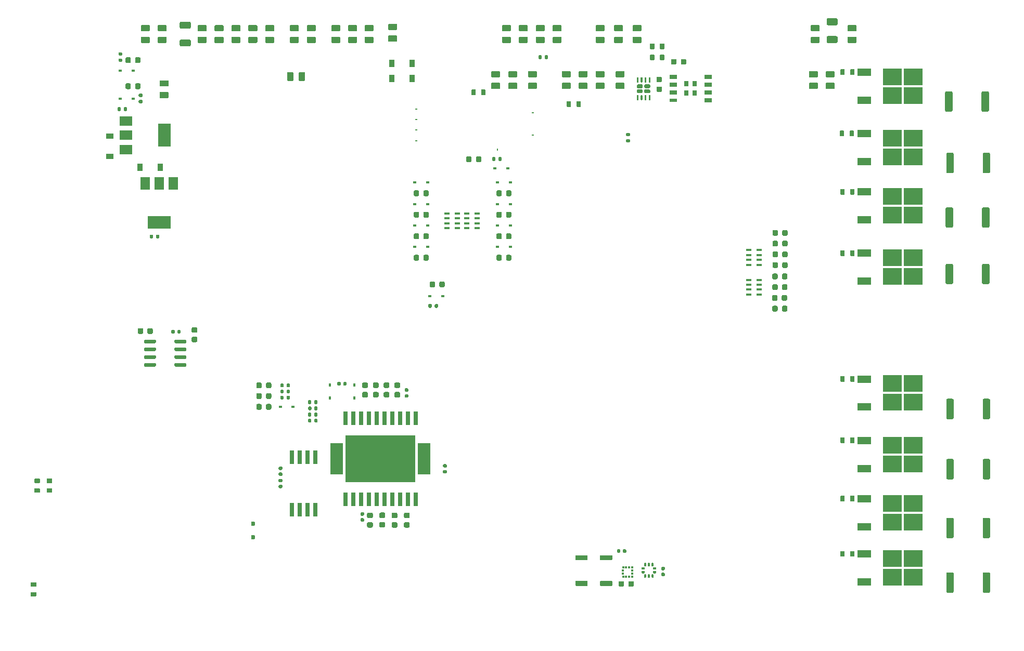
<source format=gtp>
G04 #@! TF.GenerationSoftware,KiCad,Pcbnew,(6.0.5)*
G04 #@! TF.CreationDate,2022-06-21T11:33:01+03:00*
G04 #@! TF.ProjectId,hellen88bmw,68656c6c-656e-4383-9862-6d772e6b6963,B*
G04 #@! TF.SameCoordinates,PX3d1b110PY9269338*
G04 #@! TF.FileFunction,Paste,Top*
G04 #@! TF.FilePolarity,Positive*
%FSLAX46Y46*%
G04 Gerber Fmt 4.6, Leading zero omitted, Abs format (unit mm)*
G04 Created by KiCad (PCBNEW (6.0.5)) date 2022-06-21 11:33:01*
%MOMM*%
%LPD*%
G01*
G04 APERTURE LIST*
%ADD10R,0.795000X0.900000*%
%ADD11R,1.310000X0.650000*%
%ADD12R,1.310000X0.600000*%
%ADD13O,0.000001X0.000001*%
%ADD14R,2.200000X1.200000*%
%ADD15R,3.050000X2.750000*%
%ADD16R,0.640000X2.160000*%
%ADD17R,0.600000X0.450000*%
%ADD18R,0.900000X1.200000*%
%ADD19R,0.900000X0.400000*%
%ADD20R,0.800000X2.200000*%
%ADD21R,2.032000X5.080000*%
%ADD22R,11.430000X7.620000*%
%ADD23R,0.375000X0.350000*%
%ADD24R,0.350000X0.375000*%
%ADD25O,0.500000X0.250000*%
%ADD26O,0.250000X0.500000*%
%ADD27R,3.800000X2.000000*%
%ADD28R,1.500000X2.000000*%
%ADD29R,2.000000X3.800000*%
%ADD30R,2.000000X1.500000*%
%ADD31R,0.450000X0.600000*%
%ADD32R,1.200000X0.900000*%
G04 APERTURE END LIST*
G04 #@! TO.C,U8*
G36*
G01*
X102899800Y88575200D02*
X103049800Y88575200D01*
G75*
G02*
X103124800Y88500200I0J-75000D01*
G01*
X103124800Y87800200D01*
G75*
G02*
X103049800Y87725200I-75000J0D01*
G01*
X102899800Y87725200D01*
G75*
G02*
X102824800Y87800200I0J75000D01*
G01*
X102824800Y88500200D01*
G75*
G02*
X102899800Y88575200I75000J0D01*
G01*
G37*
G36*
G01*
X102249800Y88575200D02*
X102399800Y88575200D01*
G75*
G02*
X102474800Y88500200I0J-75000D01*
G01*
X102474800Y87800200D01*
G75*
G02*
X102399800Y87725200I-75000J0D01*
G01*
X102249800Y87725200D01*
G75*
G02*
X102174800Y87800200I0J75000D01*
G01*
X102174800Y88500200D01*
G75*
G02*
X102249800Y88575200I75000J0D01*
G01*
G37*
G36*
G01*
X101599800Y88575200D02*
X101749800Y88575200D01*
G75*
G02*
X101824800Y88500200I0J-75000D01*
G01*
X101824800Y87800200D01*
G75*
G02*
X101749800Y87725200I-75000J0D01*
G01*
X101599800Y87725200D01*
G75*
G02*
X101524800Y87800200I0J75000D01*
G01*
X101524800Y88500200D01*
G75*
G02*
X101599800Y88575200I75000J0D01*
G01*
G37*
G36*
G01*
X100949800Y88575200D02*
X101099800Y88575200D01*
G75*
G02*
X101174800Y88500200I0J-75000D01*
G01*
X101174800Y87800200D01*
G75*
G02*
X101099800Y87725200I-75000J0D01*
G01*
X100949800Y87725200D01*
G75*
G02*
X100874800Y87800200I0J75000D01*
G01*
X100874800Y88500200D01*
G75*
G02*
X100949800Y88575200I75000J0D01*
G01*
G37*
G36*
G01*
X100949800Y91475200D02*
X101099800Y91475200D01*
G75*
G02*
X101174800Y91400200I0J-75000D01*
G01*
X101174800Y90700200D01*
G75*
G02*
X101099800Y90625200I-75000J0D01*
G01*
X100949800Y90625200D01*
G75*
G02*
X100874800Y90700200I0J75000D01*
G01*
X100874800Y91400200D01*
G75*
G02*
X100949800Y91475200I75000J0D01*
G01*
G37*
G36*
G01*
X101599800Y91475200D02*
X101749800Y91475200D01*
G75*
G02*
X101824800Y91400200I0J-75000D01*
G01*
X101824800Y90700200D01*
G75*
G02*
X101749800Y90625200I-75000J0D01*
G01*
X101599800Y90625200D01*
G75*
G02*
X101524800Y90700200I0J75000D01*
G01*
X101524800Y91400200D01*
G75*
G02*
X101599800Y91475200I75000J0D01*
G01*
G37*
G36*
G01*
X102249800Y91475200D02*
X102399800Y91475200D01*
G75*
G02*
X102474800Y91400200I0J-75000D01*
G01*
X102474800Y90700200D01*
G75*
G02*
X102399800Y90625200I-75000J0D01*
G01*
X102249800Y90625200D01*
G75*
G02*
X102174800Y90700200I0J75000D01*
G01*
X102174800Y91400200D01*
G75*
G02*
X102249800Y91475200I75000J0D01*
G01*
G37*
G36*
G01*
X102899800Y91475200D02*
X103049800Y91475200D01*
G75*
G02*
X103124800Y91400200I0J-75000D01*
G01*
X103124800Y90700200D01*
G75*
G02*
X103049800Y90625200I-75000J0D01*
G01*
X102899800Y90625200D01*
G75*
G02*
X102824800Y90700200I0J75000D01*
G01*
X102824800Y91400200D01*
G75*
G02*
X102899800Y91475200I75000J0D01*
G01*
G37*
G36*
G01*
X102274800Y90320200D02*
X102924800Y90320200D01*
G75*
G02*
X103084800Y90160200I0J-160000D01*
G01*
X103084800Y89840200D01*
G75*
G02*
X102924800Y89680200I-160000J0D01*
G01*
X102274800Y89680200D01*
G75*
G02*
X102114800Y89840200I0J160000D01*
G01*
X102114800Y90160200D01*
G75*
G02*
X102274800Y90320200I160000J0D01*
G01*
G37*
G36*
G01*
X102274800Y89520200D02*
X102924800Y89520200D01*
G75*
G02*
X103084800Y89360200I0J-160000D01*
G01*
X103084800Y89040200D01*
G75*
G02*
X102924800Y88880200I-160000J0D01*
G01*
X102274800Y88880200D01*
G75*
G02*
X102114800Y89040200I0J160000D01*
G01*
X102114800Y89360200D01*
G75*
G02*
X102274800Y89520200I160000J0D01*
G01*
G37*
G36*
G01*
X101074800Y89520200D02*
X101724800Y89520200D01*
G75*
G02*
X101884800Y89360200I0J-160000D01*
G01*
X101884800Y89040200D01*
G75*
G02*
X101724800Y88880200I-160000J0D01*
G01*
X101074800Y88880200D01*
G75*
G02*
X100914800Y89040200I0J160000D01*
G01*
X100914800Y89360200D01*
G75*
G02*
X101074800Y89520200I160000J0D01*
G01*
G37*
G36*
G01*
X101074800Y90320200D02*
X101724800Y90320200D01*
G75*
G02*
X101884800Y90160200I0J-160000D01*
G01*
X101884800Y89840200D01*
G75*
G02*
X101724800Y89680200I-160000J0D01*
G01*
X101074800Y89680200D01*
G75*
G02*
X100914800Y89840200I0J160000D01*
G01*
X100914800Y90160200D01*
G75*
G02*
X101074800Y90320200I160000J0D01*
G01*
G37*
G04 #@! TD*
D10*
G04 #@! TO.C,U7*
X110324800Y90400200D03*
X110324800Y88900200D03*
X108999800Y88900200D03*
X108999800Y90400200D03*
D11*
X112507300Y91555200D03*
X112507300Y90285200D03*
X112507300Y89015200D03*
X112507300Y87745200D03*
D12*
X106817300Y87745200D03*
D11*
X106817300Y89015200D03*
X106817300Y90285200D03*
X106817300Y91555200D03*
G04 #@! TD*
D13*
G04 #@! TO.C,M9*
X58754459Y81326709D03*
G04 #@! TD*
G04 #@! TO.C,JP8*
G36*
G01*
X43999778Y90975200D02*
X43999778Y92225200D01*
G75*
G02*
X44099778Y92325200I100000J0D01*
G01*
X44899778Y92325200D01*
G75*
G02*
X44999778Y92225200I0J-100000D01*
G01*
X44999778Y90975200D01*
G75*
G02*
X44899778Y90875200I-100000J0D01*
G01*
X44099778Y90875200D01*
G75*
G02*
X43999778Y90975200I0J100000D01*
G01*
G37*
G36*
G01*
X45899800Y90975200D02*
X45899800Y92225200D01*
G75*
G02*
X45999800Y92325200I100000J0D01*
G01*
X46799800Y92325200D01*
G75*
G02*
X46899800Y92225200I0J-100000D01*
G01*
X46899800Y90975200D01*
G75*
G02*
X46799800Y90875200I-100000J0D01*
G01*
X45999800Y90875200D01*
G75*
G02*
X45899800Y90975200I0J100000D01*
G01*
G37*
G04 #@! TD*
G04 #@! TO.C,C23*
G36*
G01*
X104872301Y89110213D02*
X104192301Y89110213D01*
G75*
G02*
X104107301Y89195213I0J85000D01*
G01*
X104107301Y89875213D01*
G75*
G02*
X104192301Y89960213I85000J0D01*
G01*
X104872301Y89960213D01*
G75*
G02*
X104957301Y89875213I0J-85000D01*
G01*
X104957301Y89195213D01*
G75*
G02*
X104872301Y89110213I-85000J0D01*
G01*
G37*
G36*
G01*
X104872301Y90690215D02*
X104192301Y90690215D01*
G75*
G02*
X104107301Y90775215I0J85000D01*
G01*
X104107301Y91455215D01*
G75*
G02*
X104192301Y91540215I85000J0D01*
G01*
X104872301Y91540215D01*
G75*
G02*
X104957301Y91455215I0J-85000D01*
G01*
X104957301Y90775215D01*
G75*
G02*
X104872301Y90690215I-85000J0D01*
G01*
G37*
G04 #@! TD*
G04 #@! TO.C,C22*
G36*
G01*
X106494798Y93660200D02*
X106494798Y94340200D01*
G75*
G02*
X106579798Y94425200I85000J0D01*
G01*
X107259798Y94425200D01*
G75*
G02*
X107344798Y94340200I0J-85000D01*
G01*
X107344798Y93660200D01*
G75*
G02*
X107259798Y93575200I-85000J0D01*
G01*
X106579798Y93575200D01*
G75*
G02*
X106494798Y93660200I0J85000D01*
G01*
G37*
G36*
G01*
X108074800Y93660200D02*
X108074800Y94340200D01*
G75*
G02*
X108159800Y94425200I85000J0D01*
G01*
X108839800Y94425200D01*
G75*
G02*
X108924800Y94340200I0J-85000D01*
G01*
X108924800Y93660200D01*
G75*
G02*
X108839800Y93575200I-85000J0D01*
G01*
X108159800Y93575200D01*
G75*
G02*
X108074800Y93660200I0J85000D01*
G01*
G37*
G04 #@! TD*
G04 #@! TO.C,JP1*
G36*
G01*
X20301000Y98072979D02*
X21551000Y98072979D01*
G75*
G02*
X21651000Y97972979I0J-100000D01*
G01*
X21651000Y97172979D01*
G75*
G02*
X21551000Y97072979I-100000J0D01*
G01*
X20301000Y97072979D01*
G75*
G02*
X20201000Y97172979I0J100000D01*
G01*
X20201000Y97972979D01*
G75*
G02*
X20301000Y98072979I100000J0D01*
G01*
G37*
G36*
G01*
X20301000Y99973001D02*
X21551000Y99973001D01*
G75*
G02*
X21651000Y99873001I0J-100000D01*
G01*
X21651000Y99073001D01*
G75*
G02*
X21551000Y98973001I-100000J0D01*
G01*
X20301000Y98973001D01*
G75*
G02*
X20201000Y99073001I0J100000D01*
G01*
X20201000Y99873001D01*
G75*
G02*
X20301000Y99973001I100000J0D01*
G01*
G37*
G04 #@! TD*
G04 #@! TO.C,JP3*
G36*
G01*
X29551000Y99973001D02*
X30801000Y99973001D01*
G75*
G02*
X30901000Y99873001I0J-100000D01*
G01*
X30901000Y99073001D01*
G75*
G02*
X30801000Y98973001I-100000J0D01*
G01*
X29551000Y98973001D01*
G75*
G02*
X29451000Y99073001I0J100000D01*
G01*
X29451000Y99873001D01*
G75*
G02*
X29551000Y99973001I100000J0D01*
G01*
G37*
G36*
G01*
X29551000Y98072979D02*
X30801000Y98072979D01*
G75*
G02*
X30901000Y97972979I0J-100000D01*
G01*
X30901000Y97172979D01*
G75*
G02*
X30801000Y97072979I-100000J0D01*
G01*
X29551000Y97072979D01*
G75*
G02*
X29451000Y97172979I0J100000D01*
G01*
X29451000Y97972979D01*
G75*
G02*
X29551000Y98072979I100000J0D01*
G01*
G37*
G04 #@! TD*
G04 #@! TO.C,JP4*
G36*
G01*
X35051000Y99973001D02*
X36301000Y99973001D01*
G75*
G02*
X36401000Y99873001I0J-100000D01*
G01*
X36401000Y99073001D01*
G75*
G02*
X36301000Y98973001I-100000J0D01*
G01*
X35051000Y98973001D01*
G75*
G02*
X34951000Y99073001I0J100000D01*
G01*
X34951000Y99873001D01*
G75*
G02*
X35051000Y99973001I100000J0D01*
G01*
G37*
G36*
G01*
X35051000Y98072979D02*
X36301000Y98072979D01*
G75*
G02*
X36401000Y97972979I0J-100000D01*
G01*
X36401000Y97172979D01*
G75*
G02*
X36301000Y97072979I-100000J0D01*
G01*
X35051000Y97072979D01*
G75*
G02*
X34951000Y97172979I0J100000D01*
G01*
X34951000Y97972979D01*
G75*
G02*
X35051000Y98072979I100000J0D01*
G01*
G37*
G04 #@! TD*
G04 #@! TO.C,JP5*
G36*
G01*
X44551000Y99973001D02*
X45801000Y99973001D01*
G75*
G02*
X45901000Y99873001I0J-100000D01*
G01*
X45901000Y99073001D01*
G75*
G02*
X45801000Y98973001I-100000J0D01*
G01*
X44551000Y98973001D01*
G75*
G02*
X44451000Y99073001I0J100000D01*
G01*
X44451000Y99873001D01*
G75*
G02*
X44551000Y99973001I100000J0D01*
G01*
G37*
G36*
G01*
X44551000Y98072979D02*
X45801000Y98072979D01*
G75*
G02*
X45901000Y97972979I0J-100000D01*
G01*
X45901000Y97172979D01*
G75*
G02*
X45801000Y97072979I-100000J0D01*
G01*
X44551000Y97072979D01*
G75*
G02*
X44451000Y97172979I0J100000D01*
G01*
X44451000Y97972979D01*
G75*
G02*
X44551000Y98072979I100000J0D01*
G01*
G37*
G04 #@! TD*
G04 #@! TO.C,JP7*
G36*
G01*
X51301000Y99973001D02*
X52551000Y99973001D01*
G75*
G02*
X52651000Y99873001I0J-100000D01*
G01*
X52651000Y99073001D01*
G75*
G02*
X52551000Y98973001I-100000J0D01*
G01*
X51301000Y98973001D01*
G75*
G02*
X51201000Y99073001I0J100000D01*
G01*
X51201000Y99873001D01*
G75*
G02*
X51301000Y99973001I100000J0D01*
G01*
G37*
G36*
G01*
X51301000Y98072979D02*
X52551000Y98072979D01*
G75*
G02*
X52651000Y97972979I0J-100000D01*
G01*
X52651000Y97172979D01*
G75*
G02*
X52551000Y97072979I-100000J0D01*
G01*
X51301000Y97072979D01*
G75*
G02*
X51201000Y97172979I0J100000D01*
G01*
X51201000Y97972979D01*
G75*
G02*
X51301000Y98072979I100000J0D01*
G01*
G37*
G04 #@! TD*
G04 #@! TO.C,JP16*
G36*
G01*
X84551000Y98072979D02*
X85801000Y98072979D01*
G75*
G02*
X85901000Y97972979I0J-100000D01*
G01*
X85901000Y97172979D01*
G75*
G02*
X85801000Y97072979I-100000J0D01*
G01*
X84551000Y97072979D01*
G75*
G02*
X84451000Y97172979I0J100000D01*
G01*
X84451000Y97972979D01*
G75*
G02*
X84551000Y98072979I100000J0D01*
G01*
G37*
G36*
G01*
X84551000Y99973001D02*
X85801000Y99973001D01*
G75*
G02*
X85901000Y99873001I0J-100000D01*
G01*
X85901000Y99073001D01*
G75*
G02*
X85801000Y98973001I-100000J0D01*
G01*
X84551000Y98973001D01*
G75*
G02*
X84451000Y99073001I0J100000D01*
G01*
X84451000Y99873001D01*
G75*
G02*
X84551000Y99973001I100000J0D01*
G01*
G37*
G04 #@! TD*
G04 #@! TO.C,JP17*
G36*
G01*
X87301000Y99973001D02*
X88551000Y99973001D01*
G75*
G02*
X88651000Y99873001I0J-100000D01*
G01*
X88651000Y99073001D01*
G75*
G02*
X88551000Y98973001I-100000J0D01*
G01*
X87301000Y98973001D01*
G75*
G02*
X87201000Y99073001I0J100000D01*
G01*
X87201000Y99873001D01*
G75*
G02*
X87301000Y99973001I100000J0D01*
G01*
G37*
G36*
G01*
X87301000Y98072979D02*
X88551000Y98072979D01*
G75*
G02*
X88651000Y97972979I0J-100000D01*
G01*
X88651000Y97172979D01*
G75*
G02*
X88551000Y97072979I-100000J0D01*
G01*
X87301000Y97072979D01*
G75*
G02*
X87201000Y97172979I0J100000D01*
G01*
X87201000Y97972979D01*
G75*
G02*
X87301000Y98072979I100000J0D01*
G01*
G37*
G04 #@! TD*
G04 #@! TO.C,JP20*
G36*
G01*
X94301000Y92473001D02*
X95551000Y92473001D01*
G75*
G02*
X95651000Y92373001I0J-100000D01*
G01*
X95651000Y91573001D01*
G75*
G02*
X95551000Y91473001I-100000J0D01*
G01*
X94301000Y91473001D01*
G75*
G02*
X94201000Y91573001I0J100000D01*
G01*
X94201000Y92373001D01*
G75*
G02*
X94301000Y92473001I100000J0D01*
G01*
G37*
G36*
G01*
X94301000Y90572979D02*
X95551000Y90572979D01*
G75*
G02*
X95651000Y90472979I0J-100000D01*
G01*
X95651000Y89672979D01*
G75*
G02*
X95551000Y89572979I-100000J0D01*
G01*
X94301000Y89572979D01*
G75*
G02*
X94201000Y89672979I0J100000D01*
G01*
X94201000Y90472979D01*
G75*
G02*
X94301000Y90572979I100000J0D01*
G01*
G37*
G04 #@! TD*
G04 #@! TO.C,JP21*
G36*
G01*
X97551000Y92473001D02*
X98801000Y92473001D01*
G75*
G02*
X98901000Y92373001I0J-100000D01*
G01*
X98901000Y91573001D01*
G75*
G02*
X98801000Y91473001I-100000J0D01*
G01*
X97551000Y91473001D01*
G75*
G02*
X97451000Y91573001I0J100000D01*
G01*
X97451000Y92373001D01*
G75*
G02*
X97551000Y92473001I100000J0D01*
G01*
G37*
G36*
G01*
X97551000Y90572979D02*
X98801000Y90572979D01*
G75*
G02*
X98901000Y90472979I0J-100000D01*
G01*
X98901000Y89672979D01*
G75*
G02*
X98801000Y89572979I-100000J0D01*
G01*
X97551000Y89572979D01*
G75*
G02*
X97451000Y89672979I0J100000D01*
G01*
X97451000Y90472979D01*
G75*
G02*
X97551000Y90572979I100000J0D01*
G01*
G37*
G04 #@! TD*
G04 #@! TO.C,JP26*
G36*
G01*
X129301000Y99973001D02*
X130551000Y99973001D01*
G75*
G02*
X130651000Y99873001I0J-100000D01*
G01*
X130651000Y99073001D01*
G75*
G02*
X130551000Y98973001I-100000J0D01*
G01*
X129301000Y98973001D01*
G75*
G02*
X129201000Y99073001I0J100000D01*
G01*
X129201000Y99873001D01*
G75*
G02*
X129301000Y99973001I100000J0D01*
G01*
G37*
G36*
G01*
X129301000Y98072979D02*
X130551000Y98072979D01*
G75*
G02*
X130651000Y97972979I0J-100000D01*
G01*
X130651000Y97172979D01*
G75*
G02*
X130551000Y97072979I-100000J0D01*
G01*
X129301000Y97072979D01*
G75*
G02*
X129201000Y97172979I0J100000D01*
G01*
X129201000Y97972979D01*
G75*
G02*
X129301000Y98072979I100000J0D01*
G01*
G37*
G04 #@! TD*
G04 #@! TO.C,JP27*
G36*
G01*
X135301000Y98072979D02*
X136551000Y98072979D01*
G75*
G02*
X136651000Y97972979I0J-100000D01*
G01*
X136651000Y97172979D01*
G75*
G02*
X136551000Y97072979I-100000J0D01*
G01*
X135301000Y97072979D01*
G75*
G02*
X135201000Y97172979I0J100000D01*
G01*
X135201000Y97972979D01*
G75*
G02*
X135301000Y98072979I100000J0D01*
G01*
G37*
G36*
G01*
X135301000Y99973001D02*
X136551000Y99973001D01*
G75*
G02*
X136651000Y99873001I0J-100000D01*
G01*
X136651000Y99073001D01*
G75*
G02*
X136551000Y98973001I-100000J0D01*
G01*
X135301000Y98973001D01*
G75*
G02*
X135201000Y99073001I0J100000D01*
G01*
X135201000Y99873001D01*
G75*
G02*
X135301000Y99973001I100000J0D01*
G01*
G37*
G04 #@! TD*
G04 #@! TO.C,JP29*
G36*
G01*
X23051000Y99973001D02*
X24301000Y99973001D01*
G75*
G02*
X24401000Y99873001I0J-100000D01*
G01*
X24401000Y99073001D01*
G75*
G02*
X24301000Y98973001I-100000J0D01*
G01*
X23051000Y98973001D01*
G75*
G02*
X22951000Y99073001I0J100000D01*
G01*
X22951000Y99873001D01*
G75*
G02*
X23051000Y99973001I100000J0D01*
G01*
G37*
G36*
G01*
X23051000Y98072979D02*
X24301000Y98072979D01*
G75*
G02*
X24401000Y97972979I0J-100000D01*
G01*
X24401000Y97172979D01*
G75*
G02*
X24301000Y97072979I-100000J0D01*
G01*
X23051000Y97072979D01*
G75*
G02*
X22951000Y97172979I0J100000D01*
G01*
X22951000Y97972979D01*
G75*
G02*
X23051000Y98072979I100000J0D01*
G01*
G37*
G04 #@! TD*
G04 #@! TO.C,JP31*
G36*
G01*
X32301000Y99973001D02*
X33551000Y99973001D01*
G75*
G02*
X33651000Y99873001I0J-100000D01*
G01*
X33651000Y99073001D01*
G75*
G02*
X33551000Y98973001I-100000J0D01*
G01*
X32301000Y98973001D01*
G75*
G02*
X32201000Y99073001I0J100000D01*
G01*
X32201000Y99873001D01*
G75*
G02*
X32301000Y99973001I100000J0D01*
G01*
G37*
G36*
G01*
X32301000Y98072979D02*
X33551000Y98072979D01*
G75*
G02*
X33651000Y97972979I0J-100000D01*
G01*
X33651000Y97172979D01*
G75*
G02*
X33551000Y97072979I-100000J0D01*
G01*
X32301000Y97072979D01*
G75*
G02*
X32201000Y97172979I0J100000D01*
G01*
X32201000Y97972979D01*
G75*
G02*
X32301000Y98072979I100000J0D01*
G01*
G37*
G04 #@! TD*
G04 #@! TO.C,JP32*
G36*
G01*
X40551000Y99973001D02*
X41801000Y99973001D01*
G75*
G02*
X41901000Y99873001I0J-100000D01*
G01*
X41901000Y99073001D01*
G75*
G02*
X41801000Y98973001I-100000J0D01*
G01*
X40551000Y98973001D01*
G75*
G02*
X40451000Y99073001I0J100000D01*
G01*
X40451000Y99873001D01*
G75*
G02*
X40551000Y99973001I100000J0D01*
G01*
G37*
G36*
G01*
X40551000Y98072979D02*
X41801000Y98072979D01*
G75*
G02*
X41901000Y97972979I0J-100000D01*
G01*
X41901000Y97172979D01*
G75*
G02*
X41801000Y97072979I-100000J0D01*
G01*
X40551000Y97072979D01*
G75*
G02*
X40451000Y97172979I0J100000D01*
G01*
X40451000Y97972979D01*
G75*
G02*
X40551000Y98072979I100000J0D01*
G01*
G37*
G04 #@! TD*
G04 #@! TO.C,JP33*
G36*
G01*
X47301000Y99973001D02*
X48551000Y99973001D01*
G75*
G02*
X48651000Y99873001I0J-100000D01*
G01*
X48651000Y99073001D01*
G75*
G02*
X48551000Y98973001I-100000J0D01*
G01*
X47301000Y98973001D01*
G75*
G02*
X47201000Y99073001I0J100000D01*
G01*
X47201000Y99873001D01*
G75*
G02*
X47301000Y99973001I100000J0D01*
G01*
G37*
G36*
G01*
X47301000Y98072979D02*
X48551000Y98072979D01*
G75*
G02*
X48651000Y97972979I0J-100000D01*
G01*
X48651000Y97172979D01*
G75*
G02*
X48551000Y97072979I-100000J0D01*
G01*
X47301000Y97072979D01*
G75*
G02*
X47201000Y97172979I0J100000D01*
G01*
X47201000Y97972979D01*
G75*
G02*
X47301000Y98072979I100000J0D01*
G01*
G37*
G04 #@! TD*
G04 #@! TO.C,JP35*
G36*
G01*
X56701000Y99973001D02*
X57951000Y99973001D01*
G75*
G02*
X58051000Y99873001I0J-100000D01*
G01*
X58051000Y99073001D01*
G75*
G02*
X57951000Y98973001I-100000J0D01*
G01*
X56701000Y98973001D01*
G75*
G02*
X56601000Y99073001I0J100000D01*
G01*
X56601000Y99873001D01*
G75*
G02*
X56701000Y99973001I100000J0D01*
G01*
G37*
G36*
G01*
X56701000Y98072979D02*
X57951000Y98072979D01*
G75*
G02*
X58051000Y97972979I0J-100000D01*
G01*
X58051000Y97172979D01*
G75*
G02*
X57951000Y97072979I-100000J0D01*
G01*
X56701000Y97072979D01*
G75*
G02*
X56601000Y97172979I0J100000D01*
G01*
X56601000Y97972979D01*
G75*
G02*
X56701000Y98072979I100000J0D01*
G01*
G37*
G04 #@! TD*
G04 #@! TO.C,JP41*
G36*
G01*
X77301000Y92473001D02*
X78551000Y92473001D01*
G75*
G02*
X78651000Y92373001I0J-100000D01*
G01*
X78651000Y91573001D01*
G75*
G02*
X78551000Y91473001I-100000J0D01*
G01*
X77301000Y91473001D01*
G75*
G02*
X77201000Y91573001I0J100000D01*
G01*
X77201000Y92373001D01*
G75*
G02*
X77301000Y92473001I100000J0D01*
G01*
G37*
G36*
G01*
X77301000Y90572979D02*
X78551000Y90572979D01*
G75*
G02*
X78651000Y90472979I0J-100000D01*
G01*
X78651000Y89672979D01*
G75*
G02*
X78551000Y89572979I-100000J0D01*
G01*
X77301000Y89572979D01*
G75*
G02*
X77201000Y89672979I0J100000D01*
G01*
X77201000Y90472979D01*
G75*
G02*
X77301000Y90572979I100000J0D01*
G01*
G37*
G04 #@! TD*
G04 #@! TO.C,JP42*
G36*
G01*
X80101000Y92473001D02*
X81351000Y92473001D01*
G75*
G02*
X81451000Y92373001I0J-100000D01*
G01*
X81451000Y91573001D01*
G75*
G02*
X81351000Y91473001I-100000J0D01*
G01*
X80101000Y91473001D01*
G75*
G02*
X80001000Y91573001I0J100000D01*
G01*
X80001000Y92373001D01*
G75*
G02*
X80101000Y92473001I100000J0D01*
G01*
G37*
G36*
G01*
X80101000Y90572979D02*
X81351000Y90572979D01*
G75*
G02*
X81451000Y90472979I0J-100000D01*
G01*
X81451000Y89672979D01*
G75*
G02*
X81351000Y89572979I-100000J0D01*
G01*
X80101000Y89572979D01*
G75*
G02*
X80001000Y89672979I0J100000D01*
G01*
X80001000Y90472979D01*
G75*
G02*
X80101000Y90572979I100000J0D01*
G01*
G37*
G04 #@! TD*
G04 #@! TO.C,JP43*
G36*
G01*
X81801000Y98072979D02*
X83051000Y98072979D01*
G75*
G02*
X83151000Y97972979I0J-100000D01*
G01*
X83151000Y97172979D01*
G75*
G02*
X83051000Y97072979I-100000J0D01*
G01*
X81801000Y97072979D01*
G75*
G02*
X81701000Y97172979I0J100000D01*
G01*
X81701000Y97972979D01*
G75*
G02*
X81801000Y98072979I100000J0D01*
G01*
G37*
G36*
G01*
X81801000Y99973001D02*
X83051000Y99973001D01*
G75*
G02*
X83151000Y99873001I0J-100000D01*
G01*
X83151000Y99073001D01*
G75*
G02*
X83051000Y98973001I-100000J0D01*
G01*
X81801000Y98973001D01*
G75*
G02*
X81701000Y99073001I0J100000D01*
G01*
X81701000Y99873001D01*
G75*
G02*
X81801000Y99973001I100000J0D01*
G01*
G37*
G04 #@! TD*
G04 #@! TO.C,JP46*
G36*
G01*
X88801000Y92473001D02*
X90051000Y92473001D01*
G75*
G02*
X90151000Y92373001I0J-100000D01*
G01*
X90151000Y91573001D01*
G75*
G02*
X90051000Y91473001I-100000J0D01*
G01*
X88801000Y91473001D01*
G75*
G02*
X88701000Y91573001I0J100000D01*
G01*
X88701000Y92373001D01*
G75*
G02*
X88801000Y92473001I100000J0D01*
G01*
G37*
G36*
G01*
X88801000Y90572979D02*
X90051000Y90572979D01*
G75*
G02*
X90151000Y90472979I0J-100000D01*
G01*
X90151000Y89672979D01*
G75*
G02*
X90051000Y89572979I-100000J0D01*
G01*
X88801000Y89572979D01*
G75*
G02*
X88701000Y89672979I0J100000D01*
G01*
X88701000Y90472979D01*
G75*
G02*
X88801000Y90572979I100000J0D01*
G01*
G37*
G04 #@! TD*
G04 #@! TO.C,JP47*
G36*
G01*
X91551000Y92473001D02*
X92801000Y92473001D01*
G75*
G02*
X92901000Y92373001I0J-100000D01*
G01*
X92901000Y91573001D01*
G75*
G02*
X92801000Y91473001I-100000J0D01*
G01*
X91551000Y91473001D01*
G75*
G02*
X91451000Y91573001I0J100000D01*
G01*
X91451000Y92373001D01*
G75*
G02*
X91551000Y92473001I100000J0D01*
G01*
G37*
G36*
G01*
X91551000Y90572979D02*
X92801000Y90572979D01*
G75*
G02*
X92901000Y90472979I0J-100000D01*
G01*
X92901000Y89672979D01*
G75*
G02*
X92801000Y89572979I-100000J0D01*
G01*
X91551000Y89572979D01*
G75*
G02*
X91451000Y89672979I0J100000D01*
G01*
X91451000Y90472979D01*
G75*
G02*
X91551000Y90572979I100000J0D01*
G01*
G37*
G04 #@! TD*
G04 #@! TO.C,JP54*
G36*
G01*
X131776000Y100178010D02*
X131776000Y100868010D01*
G75*
G02*
X132006000Y101098010I230000J0D01*
G01*
X133346000Y101098010D01*
G75*
G02*
X133576000Y100868010I0J-230000D01*
G01*
X133576000Y100178010D01*
G75*
G02*
X133346000Y99948010I-230000J0D01*
G01*
X132006000Y99948010D01*
G75*
G02*
X131776000Y100178010I0J230000D01*
G01*
G37*
G36*
G01*
X131776000Y97277990D02*
X131776000Y97967990D01*
G75*
G02*
X132006000Y98197990I230000J0D01*
G01*
X133346000Y98197990D01*
G75*
G02*
X133576000Y97967990I0J-230000D01*
G01*
X133576000Y97277990D01*
G75*
G02*
X133346000Y97047990I-230000J0D01*
G01*
X132006000Y97047990D01*
G75*
G02*
X131776000Y97277990I0J230000D01*
G01*
G37*
G04 #@! TD*
G04 #@! TO.C,JP56*
G36*
G01*
X26526000Y99628010D02*
X26526000Y100318010D01*
G75*
G02*
X26756000Y100548010I230000J0D01*
G01*
X28096000Y100548010D01*
G75*
G02*
X28326000Y100318010I0J-230000D01*
G01*
X28326000Y99628010D01*
G75*
G02*
X28096000Y99398010I-230000J0D01*
G01*
X26756000Y99398010D01*
G75*
G02*
X26526000Y99628010I0J230000D01*
G01*
G37*
G36*
G01*
X26526000Y96727990D02*
X26526000Y97417990D01*
G75*
G02*
X26756000Y97647990I230000J0D01*
G01*
X28096000Y97647990D01*
G75*
G02*
X28326000Y97417990I0J-230000D01*
G01*
X28326000Y96727990D01*
G75*
G02*
X28096000Y96497990I-230000J0D01*
G01*
X26756000Y96497990D01*
G75*
G02*
X26526000Y96727990I0J230000D01*
G01*
G37*
G04 #@! TD*
G04 #@! TO.C,JP73*
G36*
G01*
X83301000Y92473001D02*
X84551000Y92473001D01*
G75*
G02*
X84651000Y92373001I0J-100000D01*
G01*
X84651000Y91573001D01*
G75*
G02*
X84551000Y91473001I-100000J0D01*
G01*
X83301000Y91473001D01*
G75*
G02*
X83201000Y91573001I0J100000D01*
G01*
X83201000Y92373001D01*
G75*
G02*
X83301000Y92473001I100000J0D01*
G01*
G37*
G36*
G01*
X83301000Y90572979D02*
X84551000Y90572979D01*
G75*
G02*
X84651000Y90472979I0J-100000D01*
G01*
X84651000Y89672979D01*
G75*
G02*
X84551000Y89572979I-100000J0D01*
G01*
X83301000Y89572979D01*
G75*
G02*
X83201000Y89672979I0J100000D01*
G01*
X83201000Y90472979D01*
G75*
G02*
X83301000Y90572979I100000J0D01*
G01*
G37*
G04 #@! TD*
G04 #@! TO.C,JP77*
G36*
G01*
X94301000Y99973001D02*
X95551000Y99973001D01*
G75*
G02*
X95651000Y99873001I0J-100000D01*
G01*
X95651000Y99073001D01*
G75*
G02*
X95551000Y98973001I-100000J0D01*
G01*
X94301000Y98973001D01*
G75*
G02*
X94201000Y99073001I0J100000D01*
G01*
X94201000Y99873001D01*
G75*
G02*
X94301000Y99973001I100000J0D01*
G01*
G37*
G36*
G01*
X94301000Y98072979D02*
X95551000Y98072979D01*
G75*
G02*
X95651000Y97972979I0J-100000D01*
G01*
X95651000Y97172979D01*
G75*
G02*
X95551000Y97072979I-100000J0D01*
G01*
X94301000Y97072979D01*
G75*
G02*
X94201000Y97172979I0J100000D01*
G01*
X94201000Y97972979D01*
G75*
G02*
X94301000Y98072979I100000J0D01*
G01*
G37*
G04 #@! TD*
G04 #@! TO.C,JP78*
G36*
G01*
X100301000Y99973001D02*
X101551000Y99973001D01*
G75*
G02*
X101651000Y99873001I0J-100000D01*
G01*
X101651000Y99073001D01*
G75*
G02*
X101551000Y98973001I-100000J0D01*
G01*
X100301000Y98973001D01*
G75*
G02*
X100201000Y99073001I0J100000D01*
G01*
X100201000Y99873001D01*
G75*
G02*
X100301000Y99973001I100000J0D01*
G01*
G37*
G36*
G01*
X100301000Y98072979D02*
X101551000Y98072979D01*
G75*
G02*
X101651000Y97972979I0J-100000D01*
G01*
X101651000Y97172979D01*
G75*
G02*
X101551000Y97072979I-100000J0D01*
G01*
X100301000Y97072979D01*
G75*
G02*
X100201000Y97172979I0J100000D01*
G01*
X100201000Y97972979D01*
G75*
G02*
X100301000Y98072979I100000J0D01*
G01*
G37*
G04 #@! TD*
G04 #@! TO.C,JP85*
G36*
G01*
X131751000Y92473001D02*
X133001000Y92473001D01*
G75*
G02*
X133101000Y92373001I0J-100000D01*
G01*
X133101000Y91573001D01*
G75*
G02*
X133001000Y91473001I-100000J0D01*
G01*
X131751000Y91473001D01*
G75*
G02*
X131651000Y91573001I0J100000D01*
G01*
X131651000Y92373001D01*
G75*
G02*
X131751000Y92473001I100000J0D01*
G01*
G37*
G36*
G01*
X131751000Y90572979D02*
X133001000Y90572979D01*
G75*
G02*
X133101000Y90472979I0J-100000D01*
G01*
X133101000Y89672979D01*
G75*
G02*
X133001000Y89572979I-100000J0D01*
G01*
X131751000Y89572979D01*
G75*
G02*
X131651000Y89672979I0J100000D01*
G01*
X131651000Y90472979D01*
G75*
G02*
X131751000Y90572979I100000J0D01*
G01*
G37*
G04 #@! TD*
G04 #@! TO.C,JP86*
G36*
G01*
X129001000Y92473001D02*
X130251000Y92473001D01*
G75*
G02*
X130351000Y92373001I0J-100000D01*
G01*
X130351000Y91573001D01*
G75*
G02*
X130251000Y91473001I-100000J0D01*
G01*
X129001000Y91473001D01*
G75*
G02*
X128901000Y91573001I0J100000D01*
G01*
X128901000Y92373001D01*
G75*
G02*
X129001000Y92473001I100000J0D01*
G01*
G37*
G36*
G01*
X129001000Y90572979D02*
X130251000Y90572979D01*
G75*
G02*
X130351000Y90472979I0J-100000D01*
G01*
X130351000Y89672979D01*
G75*
G02*
X130251000Y89572979I-100000J0D01*
G01*
X129001000Y89572979D01*
G75*
G02*
X128901000Y89672979I0J100000D01*
G01*
X128901000Y90472979D01*
G75*
G02*
X129001000Y90572979I100000J0D01*
G01*
G37*
G04 #@! TD*
G04 #@! TO.C,JP59*
G36*
G01*
X37801000Y98072979D02*
X39051000Y98072979D01*
G75*
G02*
X39151000Y97972979I0J-100000D01*
G01*
X39151000Y97172979D01*
G75*
G02*
X39051000Y97072979I-100000J0D01*
G01*
X37801000Y97072979D01*
G75*
G02*
X37701000Y97172979I0J100000D01*
G01*
X37701000Y97972979D01*
G75*
G02*
X37801000Y98072979I100000J0D01*
G01*
G37*
G36*
G01*
X37801000Y99973001D02*
X39051000Y99973001D01*
G75*
G02*
X39151000Y99873001I0J-100000D01*
G01*
X39151000Y99073001D01*
G75*
G02*
X39051000Y98973001I-100000J0D01*
G01*
X37801000Y98973001D01*
G75*
G02*
X37701000Y99073001I0J100000D01*
G01*
X37701000Y99873001D01*
G75*
G02*
X37801000Y99973001I100000J0D01*
G01*
G37*
G04 #@! TD*
D14*
G04 #@! TO.C,Q1*
X137874800Y27743000D03*
X137874800Y32303000D03*
D15*
X142499800Y28498000D03*
X145849800Y28498000D03*
X145849800Y31548000D03*
X142499800Y31548000D03*
G04 #@! TD*
D14*
G04 #@! TO.C,Q6*
X137874800Y87743000D03*
X137874800Y92303000D03*
D15*
X145849800Y91548000D03*
X142499800Y88498000D03*
X145849800Y88498000D03*
X142499800Y91548000D03*
G04 #@! TD*
D14*
G04 #@! TO.C,Q2*
X137874800Y37743000D03*
X137874800Y42303000D03*
D15*
X145849800Y41548000D03*
X142499800Y38498000D03*
X142499800Y41548000D03*
X145849800Y38498000D03*
G04 #@! TD*
D14*
G04 #@! TO.C,Q5*
X137874800Y77743000D03*
X137874800Y82303000D03*
D15*
X142499800Y81548000D03*
X142499800Y78498000D03*
X145849800Y78498000D03*
X145849800Y81548000D03*
G04 #@! TD*
D14*
G04 #@! TO.C,Q3*
X137874800Y58243000D03*
X137874800Y62803000D03*
D15*
X142499800Y62048000D03*
X145849800Y62048000D03*
X142499800Y58998000D03*
X145849800Y58998000D03*
G04 #@! TD*
D14*
G04 #@! TO.C,Q4*
X137874800Y68243000D03*
X137874800Y72803000D03*
D15*
X142499800Y72048000D03*
X145849800Y72048000D03*
X142499800Y68998000D03*
X145849800Y68998000D03*
G04 #@! TD*
G04 #@! TO.C,C1*
G36*
G01*
X42756000Y26033000D02*
X43096000Y26033000D01*
G75*
G02*
X43236000Y25893000I0J-140000D01*
G01*
X43236000Y25613000D01*
G75*
G02*
X43096000Y25473000I-140000J0D01*
G01*
X42756000Y25473000D01*
G75*
G02*
X42616000Y25613000I0J140000D01*
G01*
X42616000Y25893000D01*
G75*
G02*
X42756000Y26033000I140000J0D01*
G01*
G37*
G36*
G01*
X42756000Y25073000D02*
X43096000Y25073000D01*
G75*
G02*
X43236000Y24933000I0J-140000D01*
G01*
X43236000Y24653000D01*
G75*
G02*
X43096000Y24513000I-140000J0D01*
G01*
X42756000Y24513000D01*
G75*
G02*
X42616000Y24653000I0J140000D01*
G01*
X42616000Y24933000D01*
G75*
G02*
X42756000Y25073000I140000J0D01*
G01*
G37*
G04 #@! TD*
G04 #@! TO.C,C2*
G36*
G01*
X43096000Y26513000D02*
X42756000Y26513000D01*
G75*
G02*
X42616000Y26653000I0J140000D01*
G01*
X42616000Y26933000D01*
G75*
G02*
X42756000Y27073000I140000J0D01*
G01*
X43096000Y27073000D01*
G75*
G02*
X43236000Y26933000I0J-140000D01*
G01*
X43236000Y26653000D01*
G75*
G02*
X43096000Y26513000I-140000J0D01*
G01*
G37*
G36*
G01*
X43096000Y27473000D02*
X42756000Y27473000D01*
G75*
G02*
X42616000Y27613000I0J140000D01*
G01*
X42616000Y27893000D01*
G75*
G02*
X42756000Y28033000I140000J0D01*
G01*
X43096000Y28033000D01*
G75*
G02*
X43236000Y27893000I0J-140000D01*
G01*
X43236000Y27613000D01*
G75*
G02*
X43096000Y27473000I-140000J0D01*
G01*
G37*
G04 #@! TD*
D16*
G04 #@! TO.C,U1*
X44771000Y29543000D03*
X46041000Y29543000D03*
X47311000Y29543000D03*
X48581000Y29543000D03*
X48581000Y21003000D03*
X47311000Y21003000D03*
X46041000Y21003000D03*
X44771000Y21003000D03*
G04 #@! TD*
G04 #@! TO.C,R1*
G36*
G01*
X16396000Y86088000D02*
X16396000Y86458000D01*
G75*
G02*
X16531000Y86593000I135000J0D01*
G01*
X16801000Y86593000D01*
G75*
G02*
X16936000Y86458000I0J-135000D01*
G01*
X16936000Y86088000D01*
G75*
G02*
X16801000Y85953000I-135000J0D01*
G01*
X16531000Y85953000D01*
G75*
G02*
X16396000Y86088000I0J135000D01*
G01*
G37*
G36*
G01*
X17416000Y86088000D02*
X17416000Y86458000D01*
G75*
G02*
X17551000Y86593000I135000J0D01*
G01*
X17821000Y86593000D01*
G75*
G02*
X17956000Y86458000I0J-135000D01*
G01*
X17956000Y86088000D01*
G75*
G02*
X17821000Y85953000I-135000J0D01*
G01*
X17551000Y85953000D01*
G75*
G02*
X17416000Y86088000I0J135000D01*
G01*
G37*
G04 #@! TD*
D17*
G04 #@! TO.C,D14*
X66876000Y70823000D03*
X64776000Y70823000D03*
G04 #@! TD*
G04 #@! TO.C,R10*
G36*
G01*
X151251000Y16598000D02*
X151251000Y19448000D01*
G75*
G02*
X151501000Y19698000I250000J0D01*
G01*
X152226000Y19698000D01*
G75*
G02*
X152476000Y19448000I0J-250000D01*
G01*
X152476000Y16598000D01*
G75*
G02*
X152226000Y16348000I-250000J0D01*
G01*
X151501000Y16348000D01*
G75*
G02*
X151251000Y16598000I0J250000D01*
G01*
G37*
G36*
G01*
X157176000Y16598000D02*
X157176000Y19448000D01*
G75*
G02*
X157426000Y19698000I250000J0D01*
G01*
X158151000Y19698000D01*
G75*
G02*
X158401000Y19448000I0J-250000D01*
G01*
X158401000Y16598000D01*
G75*
G02*
X158151000Y16348000I-250000J0D01*
G01*
X157426000Y16348000D01*
G75*
G02*
X157176000Y16598000I0J250000D01*
G01*
G37*
G04 #@! TD*
G04 #@! TO.C,D23*
G36*
G01*
X122988500Y65866750D02*
X122988500Y66379250D01*
G75*
G02*
X123207250Y66598000I218750J0D01*
G01*
X123644750Y66598000D01*
G75*
G02*
X123863500Y66379250I0J-218750D01*
G01*
X123863500Y65866750D01*
G75*
G02*
X123644750Y65648000I-218750J0D01*
G01*
X123207250Y65648000D01*
G75*
G02*
X122988500Y65866750I0J218750D01*
G01*
G37*
G36*
G01*
X124563500Y65866750D02*
X124563500Y66379250D01*
G75*
G02*
X124782250Y66598000I218750J0D01*
G01*
X125219750Y66598000D01*
G75*
G02*
X125438500Y66379250I0J-218750D01*
G01*
X125438500Y65866750D01*
G75*
G02*
X125219750Y65648000I-218750J0D01*
G01*
X124782250Y65648000D01*
G75*
G02*
X124563500Y65866750I0J218750D01*
G01*
G37*
G04 #@! TD*
G04 #@! TO.C,D25*
G36*
G01*
X64601000Y65316750D02*
X64601000Y65829250D01*
G75*
G02*
X64819750Y66048000I218750J0D01*
G01*
X65257250Y66048000D01*
G75*
G02*
X65476000Y65829250I0J-218750D01*
G01*
X65476000Y65316750D01*
G75*
G02*
X65257250Y65098000I-218750J0D01*
G01*
X64819750Y65098000D01*
G75*
G02*
X64601000Y65316750I0J218750D01*
G01*
G37*
G36*
G01*
X66176000Y65316750D02*
X66176000Y65829250D01*
G75*
G02*
X66394750Y66048000I218750J0D01*
G01*
X66832250Y66048000D01*
G75*
G02*
X67051000Y65829250I0J-218750D01*
G01*
X67051000Y65316750D01*
G75*
G02*
X66832250Y65098000I-218750J0D01*
G01*
X66394750Y65098000D01*
G75*
G02*
X66176000Y65316750I0J218750D01*
G01*
G37*
G04 #@! TD*
D18*
G04 #@! TO.C,D10*
X20026000Y76773000D03*
X23326000Y76773000D03*
G04 #@! TD*
G04 #@! TO.C,D27*
G36*
G01*
X80501000Y69329250D02*
X80501000Y68816750D01*
G75*
G02*
X80282250Y68598000I-218750J0D01*
G01*
X79844750Y68598000D01*
G75*
G02*
X79626000Y68816750I0J218750D01*
G01*
X79626000Y69329250D01*
G75*
G02*
X79844750Y69548000I218750J0D01*
G01*
X80282250Y69548000D01*
G75*
G02*
X80501000Y69329250I0J-218750D01*
G01*
G37*
G36*
G01*
X78926000Y69329250D02*
X78926000Y68816750D01*
G75*
G02*
X78707250Y68598000I-218750J0D01*
G01*
X78269750Y68598000D01*
G75*
G02*
X78051000Y68816750I0J218750D01*
G01*
X78051000Y69329250D01*
G75*
G02*
X78269750Y69548000I218750J0D01*
G01*
X78707250Y69548000D01*
G75*
G02*
X78926000Y69329250I0J-218750D01*
G01*
G37*
G04 #@! TD*
G04 #@! TO.C,R6*
G36*
G01*
X99291000Y82403000D02*
X99661000Y82403000D01*
G75*
G02*
X99796000Y82268000I0J-135000D01*
G01*
X99796000Y81998000D01*
G75*
G02*
X99661000Y81863000I-135000J0D01*
G01*
X99291000Y81863000D01*
G75*
G02*
X99156000Y81998000I0J135000D01*
G01*
X99156000Y82268000D01*
G75*
G02*
X99291000Y82403000I135000J0D01*
G01*
G37*
G36*
G01*
X99291000Y81383000D02*
X99661000Y81383000D01*
G75*
G02*
X99796000Y81248000I0J-135000D01*
G01*
X99796000Y80978000D01*
G75*
G02*
X99661000Y80843000I-135000J0D01*
G01*
X99291000Y80843000D01*
G75*
G02*
X99156000Y80978000I0J135000D01*
G01*
X99156000Y81248000D01*
G75*
G02*
X99291000Y81383000I135000J0D01*
G01*
G37*
G04 #@! TD*
G04 #@! TO.C,C13*
G36*
G01*
X61231000Y20528000D02*
X61731000Y20528000D01*
G75*
G02*
X61956000Y20303000I0J-225000D01*
G01*
X61956000Y19853000D01*
G75*
G02*
X61731000Y19628000I-225000J0D01*
G01*
X61231000Y19628000D01*
G75*
G02*
X61006000Y19853000I0J225000D01*
G01*
X61006000Y20303000D01*
G75*
G02*
X61231000Y20528000I225000J0D01*
G01*
G37*
G36*
G01*
X61231000Y18978000D02*
X61731000Y18978000D01*
G75*
G02*
X61956000Y18753000I0J-225000D01*
G01*
X61956000Y18303000D01*
G75*
G02*
X61731000Y18078000I-225000J0D01*
G01*
X61231000Y18078000D01*
G75*
G02*
X61006000Y18303000I0J225000D01*
G01*
X61006000Y18753000D01*
G75*
G02*
X61231000Y18978000I225000J0D01*
G01*
G37*
G04 #@! TD*
G04 #@! TO.C,D29*
G36*
G01*
X64601000Y61816750D02*
X64601000Y62329250D01*
G75*
G02*
X64819750Y62548000I218750J0D01*
G01*
X65257250Y62548000D01*
G75*
G02*
X65476000Y62329250I0J-218750D01*
G01*
X65476000Y61816750D01*
G75*
G02*
X65257250Y61598000I-218750J0D01*
G01*
X64819750Y61598000D01*
G75*
G02*
X64601000Y61816750I0J218750D01*
G01*
G37*
G36*
G01*
X66176000Y61816750D02*
X66176000Y62329250D01*
G75*
G02*
X66394750Y62548000I218750J0D01*
G01*
X66832250Y62548000D01*
G75*
G02*
X67051000Y62329250I0J-218750D01*
G01*
X67051000Y61816750D01*
G75*
G02*
X66832250Y61598000I-218750J0D01*
G01*
X66394750Y61598000D01*
G75*
G02*
X66176000Y61816750I0J218750D01*
G01*
G37*
G04 #@! TD*
D17*
G04 #@! TO.C,D1*
X16876000Y88023000D03*
X18976000Y88023000D03*
G04 #@! TD*
G04 #@! TO.C,R33*
G36*
G01*
X42896000Y39088000D02*
X42896000Y39458000D01*
G75*
G02*
X43031000Y39593000I135000J0D01*
G01*
X43301000Y39593000D01*
G75*
G02*
X43436000Y39458000I0J-135000D01*
G01*
X43436000Y39088000D01*
G75*
G02*
X43301000Y38953000I-135000J0D01*
G01*
X43031000Y38953000D01*
G75*
G02*
X42896000Y39088000I0J135000D01*
G01*
G37*
G36*
G01*
X43916000Y39088000D02*
X43916000Y39458000D01*
G75*
G02*
X44051000Y39593000I135000J0D01*
G01*
X44321000Y39593000D01*
G75*
G02*
X44456000Y39458000I0J-135000D01*
G01*
X44456000Y39088000D01*
G75*
G02*
X44321000Y38953000I-135000J0D01*
G01*
X44051000Y38953000D01*
G75*
G02*
X43916000Y39088000I0J135000D01*
G01*
G37*
G04 #@! TD*
D19*
G04 #@! TO.C,RN7*
X71676000Y66873000D03*
X71676000Y67673000D03*
X71676000Y68473000D03*
X71676000Y69273000D03*
X69976000Y69273000D03*
X69976000Y68473000D03*
X69976000Y67673000D03*
X69976000Y66873000D03*
G04 #@! TD*
D14*
G04 #@! TO.C,Q7*
X137874800Y18243000D03*
X137874800Y22803000D03*
D15*
X142499800Y18998000D03*
X145849800Y18998000D03*
X142499800Y22048000D03*
X145849800Y22048000D03*
G04 #@! TD*
G04 #@! TO.C,D28*
G36*
G01*
X64601000Y68816750D02*
X64601000Y69329250D01*
G75*
G02*
X64819750Y69548000I218750J0D01*
G01*
X65257250Y69548000D01*
G75*
G02*
X65476000Y69329250I0J-218750D01*
G01*
X65476000Y68816750D01*
G75*
G02*
X65257250Y68598000I-218750J0D01*
G01*
X64819750Y68598000D01*
G75*
G02*
X64601000Y68816750I0J218750D01*
G01*
G37*
G36*
G01*
X66176000Y68816750D02*
X66176000Y69329250D01*
G75*
G02*
X66394750Y69548000I218750J0D01*
G01*
X66832250Y69548000D01*
G75*
G02*
X67051000Y69329250I0J-218750D01*
G01*
X67051000Y68816750D01*
G75*
G02*
X66832250Y68598000I-218750J0D01*
G01*
X66394750Y68598000D01*
G75*
G02*
X66176000Y68816750I0J218750D01*
G01*
G37*
G04 #@! TD*
G04 #@! TO.C,R9*
G36*
G01*
X151151000Y57998000D02*
X151151000Y60848000D01*
G75*
G02*
X151401000Y61098000I250000J0D01*
G01*
X152126000Y61098000D01*
G75*
G02*
X152376000Y60848000I0J-250000D01*
G01*
X152376000Y57998000D01*
G75*
G02*
X152126000Y57748000I-250000J0D01*
G01*
X151401000Y57748000D01*
G75*
G02*
X151151000Y57998000I0J250000D01*
G01*
G37*
G36*
G01*
X157076000Y57998000D02*
X157076000Y60848000D01*
G75*
G02*
X157326000Y61098000I250000J0D01*
G01*
X158051000Y61098000D01*
G75*
G02*
X158301000Y60848000I0J-250000D01*
G01*
X158301000Y57998000D01*
G75*
G02*
X158051000Y57748000I-250000J0D01*
G01*
X157326000Y57748000D01*
G75*
G02*
X157076000Y57998000I0J250000D01*
G01*
G37*
G04 #@! TD*
G04 #@! TO.C,D11*
G36*
G01*
X67188500Y57466750D02*
X67188500Y57979250D01*
G75*
G02*
X67407250Y58198000I218750J0D01*
G01*
X67844750Y58198000D01*
G75*
G02*
X68063500Y57979250I0J-218750D01*
G01*
X68063500Y57466750D01*
G75*
G02*
X67844750Y57248000I-218750J0D01*
G01*
X67407250Y57248000D01*
G75*
G02*
X67188500Y57466750I0J218750D01*
G01*
G37*
G36*
G01*
X68763500Y57466750D02*
X68763500Y57979250D01*
G75*
G02*
X68982250Y58198000I218750J0D01*
G01*
X69419750Y58198000D01*
G75*
G02*
X69638500Y57979250I0J-218750D01*
G01*
X69638500Y57466750D01*
G75*
G02*
X69419750Y57248000I-218750J0D01*
G01*
X68982250Y57248000D01*
G75*
G02*
X68763500Y57466750I0J218750D01*
G01*
G37*
G04 #@! TD*
G04 #@! TO.C,C21*
G36*
G01*
X56926000Y39298000D02*
X56426000Y39298000D01*
G75*
G02*
X56201000Y39523000I0J225000D01*
G01*
X56201000Y39973000D01*
G75*
G02*
X56426000Y40198000I225000J0D01*
G01*
X56926000Y40198000D01*
G75*
G02*
X57151000Y39973000I0J-225000D01*
G01*
X57151000Y39523000D01*
G75*
G02*
X56926000Y39298000I-225000J0D01*
G01*
G37*
G36*
G01*
X56926000Y40848000D02*
X56426000Y40848000D01*
G75*
G02*
X56201000Y41073000I0J225000D01*
G01*
X56201000Y41523000D01*
G75*
G02*
X56426000Y41748000I225000J0D01*
G01*
X56926000Y41748000D01*
G75*
G02*
X57151000Y41523000I0J-225000D01*
G01*
X57151000Y41073000D01*
G75*
G02*
X56926000Y40848000I-225000J0D01*
G01*
G37*
G04 #@! TD*
G04 #@! TO.C,R31*
G36*
G01*
X42896000Y41088000D02*
X42896000Y41458000D01*
G75*
G02*
X43031000Y41593000I135000J0D01*
G01*
X43301000Y41593000D01*
G75*
G02*
X43436000Y41458000I0J-135000D01*
G01*
X43436000Y41088000D01*
G75*
G02*
X43301000Y40953000I-135000J0D01*
G01*
X43031000Y40953000D01*
G75*
G02*
X42896000Y41088000I0J135000D01*
G01*
G37*
G36*
G01*
X43916000Y41088000D02*
X43916000Y41458000D01*
G75*
G02*
X44051000Y41593000I135000J0D01*
G01*
X44321000Y41593000D01*
G75*
G02*
X44456000Y41458000I0J-135000D01*
G01*
X44456000Y41088000D01*
G75*
G02*
X44321000Y40953000I-135000J0D01*
G01*
X44051000Y40953000D01*
G75*
G02*
X43916000Y41088000I0J135000D01*
G01*
G37*
G04 #@! TD*
G04 #@! TO.C,D22*
G36*
G01*
X122988500Y62366750D02*
X122988500Y62879250D01*
G75*
G02*
X123207250Y63098000I218750J0D01*
G01*
X123644750Y63098000D01*
G75*
G02*
X123863500Y62879250I0J-218750D01*
G01*
X123863500Y62366750D01*
G75*
G02*
X123644750Y62148000I-218750J0D01*
G01*
X123207250Y62148000D01*
G75*
G02*
X122988500Y62366750I0J218750D01*
G01*
G37*
G36*
G01*
X124563500Y62366750D02*
X124563500Y62879250D01*
G75*
G02*
X124782250Y63098000I218750J0D01*
G01*
X125219750Y63098000D01*
G75*
G02*
X125438500Y62879250I0J-218750D01*
G01*
X125438500Y62366750D01*
G75*
G02*
X125219750Y62148000I-218750J0D01*
G01*
X124782250Y62148000D01*
G75*
G02*
X124563500Y62366750I0J218750D01*
G01*
G37*
G04 #@! TD*
G04 #@! TO.C,C17*
G36*
G01*
X60426000Y39298000D02*
X59926000Y39298000D01*
G75*
G02*
X59701000Y39523000I0J225000D01*
G01*
X59701000Y39973000D01*
G75*
G02*
X59926000Y40198000I225000J0D01*
G01*
X60426000Y40198000D01*
G75*
G02*
X60651000Y39973000I0J-225000D01*
G01*
X60651000Y39523000D01*
G75*
G02*
X60426000Y39298000I-225000J0D01*
G01*
G37*
G36*
G01*
X60426000Y40848000D02*
X59926000Y40848000D01*
G75*
G02*
X59701000Y41073000I0J225000D01*
G01*
X59701000Y41523000D01*
G75*
G02*
X59926000Y41748000I225000J0D01*
G01*
X60426000Y41748000D01*
G75*
G02*
X60651000Y41523000I0J-225000D01*
G01*
X60651000Y41073000D01*
G75*
G02*
X60426000Y40848000I-225000J0D01*
G01*
G37*
G04 #@! TD*
G04 #@! TO.C,C11*
G36*
G01*
X59231000Y20553000D02*
X59731000Y20553000D01*
G75*
G02*
X59956000Y20328000I0J-225000D01*
G01*
X59956000Y19878000D01*
G75*
G02*
X59731000Y19653000I-225000J0D01*
G01*
X59231000Y19653000D01*
G75*
G02*
X59006000Y19878000I0J225000D01*
G01*
X59006000Y20328000D01*
G75*
G02*
X59231000Y20553000I225000J0D01*
G01*
G37*
G36*
G01*
X59231000Y19003000D02*
X59731000Y19003000D01*
G75*
G02*
X59956000Y18778000I0J-225000D01*
G01*
X59956000Y18328000D01*
G75*
G02*
X59731000Y18103000I-225000J0D01*
G01*
X59231000Y18103000D01*
G75*
G02*
X59006000Y18328000I0J225000D01*
G01*
X59006000Y18778000D01*
G75*
G02*
X59231000Y19003000I225000J0D01*
G01*
G37*
G04 #@! TD*
G04 #@! TO.C,JP14*
G36*
G01*
X79051000Y99973001D02*
X80301000Y99973001D01*
G75*
G02*
X80401000Y99873001I0J-100000D01*
G01*
X80401000Y99073001D01*
G75*
G02*
X80301000Y98973001I-100000J0D01*
G01*
X79051000Y98973001D01*
G75*
G02*
X78951000Y99073001I0J100000D01*
G01*
X78951000Y99873001D01*
G75*
G02*
X79051000Y99973001I100000J0D01*
G01*
G37*
G36*
G01*
X79051000Y98072979D02*
X80301000Y98072979D01*
G75*
G02*
X80401000Y97972979I0J-100000D01*
G01*
X80401000Y97172979D01*
G75*
G02*
X80301000Y97072979I-100000J0D01*
G01*
X79051000Y97072979D01*
G75*
G02*
X78951000Y97172979I0J100000D01*
G01*
X78951000Y97972979D01*
G75*
G02*
X79051000Y98072979I100000J0D01*
G01*
G37*
G04 #@! TD*
G04 #@! TO.C,C15*
G36*
G01*
X53686000Y41693000D02*
X53686000Y41353000D01*
G75*
G02*
X53546000Y41213000I-140000J0D01*
G01*
X53266000Y41213000D01*
G75*
G02*
X53126000Y41353000I0J140000D01*
G01*
X53126000Y41693000D01*
G75*
G02*
X53266000Y41833000I140000J0D01*
G01*
X53546000Y41833000D01*
G75*
G02*
X53686000Y41693000I0J-140000D01*
G01*
G37*
G36*
G01*
X52726000Y41693000D02*
X52726000Y41353000D01*
G75*
G02*
X52586000Y41213000I-140000J0D01*
G01*
X52306000Y41213000D01*
G75*
G02*
X52166000Y41353000I0J140000D01*
G01*
X52166000Y41693000D01*
G75*
G02*
X52306000Y41833000I140000J0D01*
G01*
X52586000Y41833000D01*
G75*
G02*
X52726000Y41693000I0J-140000D01*
G01*
G37*
G04 #@! TD*
G04 #@! TO.C,R26*
G36*
G01*
X91801489Y87513000D02*
X91801489Y86733000D01*
G75*
G02*
X91731489Y86663000I-70000J0D01*
G01*
X91171489Y86663000D01*
G75*
G02*
X91101489Y86733000I0J70000D01*
G01*
X91101489Y87513000D01*
G75*
G02*
X91171489Y87583000I70000J0D01*
G01*
X91731489Y87583000D01*
G75*
G02*
X91801489Y87513000I0J-70000D01*
G01*
G37*
G36*
G01*
X90201489Y87513000D02*
X90201489Y86733000D01*
G75*
G02*
X90131489Y86663000I-70000J0D01*
G01*
X89571489Y86663000D01*
G75*
G02*
X89501489Y86733000I0J70000D01*
G01*
X89501489Y87513000D01*
G75*
G02*
X89571489Y87583000I70000J0D01*
G01*
X90131489Y87583000D01*
G75*
G02*
X90201489Y87513000I0J-70000D01*
G01*
G37*
G04 #@! TD*
G04 #@! TO.C,R14*
G36*
G01*
X158401000Y10548000D02*
X158401000Y7698000D01*
G75*
G02*
X158151000Y7448000I-250000J0D01*
G01*
X157426000Y7448000D01*
G75*
G02*
X157176000Y7698000I0J250000D01*
G01*
X157176000Y10548000D01*
G75*
G02*
X157426000Y10798000I250000J0D01*
G01*
X158151000Y10798000D01*
G75*
G02*
X158401000Y10548000I0J-250000D01*
G01*
G37*
G36*
G01*
X152476000Y10548000D02*
X152476000Y7698000D01*
G75*
G02*
X152226000Y7448000I-250000J0D01*
G01*
X151501000Y7448000D01*
G75*
G02*
X151251000Y7698000I0J250000D01*
G01*
X151251000Y10548000D01*
G75*
G02*
X151501000Y10798000I250000J0D01*
G01*
X152226000Y10798000D01*
G75*
G02*
X152476000Y10548000I0J-250000D01*
G01*
G37*
G04 #@! TD*
G04 #@! TO.C,JP36*
G36*
G01*
X60551000Y100175501D02*
X61801000Y100175501D01*
G75*
G02*
X61901000Y100075501I0J-100000D01*
G01*
X61901000Y99275501D01*
G75*
G02*
X61801000Y99175501I-100000J0D01*
G01*
X60551000Y99175501D01*
G75*
G02*
X60451000Y99275501I0J100000D01*
G01*
X60451000Y100075501D01*
G75*
G02*
X60551000Y100175501I100000J0D01*
G01*
G37*
G36*
G01*
X60551000Y98275479D02*
X61801000Y98275479D01*
G75*
G02*
X61901000Y98175479I0J-100000D01*
G01*
X61901000Y97375479D01*
G75*
G02*
X61801000Y97275479I-100000J0D01*
G01*
X60551000Y97275479D01*
G75*
G02*
X60451000Y97375479I0J100000D01*
G01*
X60451000Y98175479D01*
G75*
G02*
X60551000Y98275479I100000J0D01*
G01*
G37*
G04 #@! TD*
G04 #@! TO.C,D16*
G36*
G01*
X122951000Y53516750D02*
X122951000Y54029250D01*
G75*
G02*
X123169750Y54248000I218750J0D01*
G01*
X123607250Y54248000D01*
G75*
G02*
X123826000Y54029250I0J-218750D01*
G01*
X123826000Y53516750D01*
G75*
G02*
X123607250Y53298000I-218750J0D01*
G01*
X123169750Y53298000D01*
G75*
G02*
X122951000Y53516750I0J218750D01*
G01*
G37*
G36*
G01*
X124526000Y53516750D02*
X124526000Y54029250D01*
G75*
G02*
X124744750Y54248000I218750J0D01*
G01*
X125182250Y54248000D01*
G75*
G02*
X125401000Y54029250I0J-218750D01*
G01*
X125401000Y53516750D01*
G75*
G02*
X125182250Y53298000I-218750J0D01*
G01*
X124744750Y53298000D01*
G75*
G02*
X124526000Y53516750I0J218750D01*
G01*
G37*
G04 #@! TD*
G04 #@! TO.C,R4*
G36*
G01*
X2936000Y26073000D02*
X3716000Y26073000D01*
G75*
G02*
X3786000Y26003000I0J-70000D01*
G01*
X3786000Y25443000D01*
G75*
G02*
X3716000Y25373000I-70000J0D01*
G01*
X2936000Y25373000D01*
G75*
G02*
X2866000Y25443000I0J70000D01*
G01*
X2866000Y26003000D01*
G75*
G02*
X2936000Y26073000I70000J0D01*
G01*
G37*
G36*
G01*
X2936000Y24473000D02*
X3716000Y24473000D01*
G75*
G02*
X3786000Y24403000I0J-70000D01*
G01*
X3786000Y23843000D01*
G75*
G02*
X3716000Y23773000I-70000J0D01*
G01*
X2936000Y23773000D01*
G75*
G02*
X2866000Y23843000I0J70000D01*
G01*
X2866000Y24403000D01*
G75*
G02*
X2936000Y24473000I70000J0D01*
G01*
G37*
G04 #@! TD*
G04 #@! TO.C,R7*
G36*
G01*
X151251000Y26198000D02*
X151251000Y29048000D01*
G75*
G02*
X151501000Y29298000I250000J0D01*
G01*
X152226000Y29298000D01*
G75*
G02*
X152476000Y29048000I0J-250000D01*
G01*
X152476000Y26198000D01*
G75*
G02*
X152226000Y25948000I-250000J0D01*
G01*
X151501000Y25948000D01*
G75*
G02*
X151251000Y26198000I0J250000D01*
G01*
G37*
G36*
G01*
X157176000Y26198000D02*
X157176000Y29048000D01*
G75*
G02*
X157426000Y29298000I250000J0D01*
G01*
X158151000Y29298000D01*
G75*
G02*
X158401000Y29048000I0J-250000D01*
G01*
X158401000Y26198000D01*
G75*
G02*
X158151000Y25948000I-250000J0D01*
G01*
X157426000Y25948000D01*
G75*
G02*
X157176000Y26198000I0J250000D01*
G01*
G37*
G04 #@! TD*
D19*
G04 #@! TO.C,RN5*
X119076000Y58473000D03*
X119076000Y57673000D03*
X119076000Y56873000D03*
X119076000Y56073000D03*
X120776000Y56073000D03*
X120776000Y56873000D03*
X120776000Y57673000D03*
X120776000Y58473000D03*
G04 #@! TD*
G04 #@! TO.C,C19*
G36*
G01*
X58676000Y39298000D02*
X58176000Y39298000D01*
G75*
G02*
X57951000Y39523000I0J225000D01*
G01*
X57951000Y39973000D01*
G75*
G02*
X58176000Y40198000I225000J0D01*
G01*
X58676000Y40198000D01*
G75*
G02*
X58901000Y39973000I0J-225000D01*
G01*
X58901000Y39523000D01*
G75*
G02*
X58676000Y39298000I-225000J0D01*
G01*
G37*
G36*
G01*
X58676000Y40848000D02*
X58176000Y40848000D01*
G75*
G02*
X57951000Y41073000I0J225000D01*
G01*
X57951000Y41523000D01*
G75*
G02*
X58176000Y41748000I225000J0D01*
G01*
X58676000Y41748000D01*
G75*
G02*
X58901000Y41523000I0J-225000D01*
G01*
X58901000Y41073000D01*
G75*
G02*
X58676000Y40848000I-225000J0D01*
G01*
G37*
G04 #@! TD*
G04 #@! TO.C,R18*
G36*
G01*
X136334801Y92713000D02*
X136334801Y91933000D01*
G75*
G02*
X136264801Y91863000I-70000J0D01*
G01*
X135704801Y91863000D01*
G75*
G02*
X135634801Y91933000I0J70000D01*
G01*
X135634801Y92713000D01*
G75*
G02*
X135704801Y92783000I70000J0D01*
G01*
X136264801Y92783000D01*
G75*
G02*
X136334801Y92713000I0J-70000D01*
G01*
G37*
G36*
G01*
X134734801Y92713000D02*
X134734801Y91933000D01*
G75*
G02*
X134664801Y91863000I-70000J0D01*
G01*
X134104801Y91863000D01*
G75*
G02*
X134034801Y91933000I0J70000D01*
G01*
X134034801Y92713000D01*
G75*
G02*
X134104801Y92783000I70000J0D01*
G01*
X134664801Y92783000D01*
G75*
G02*
X134734801Y92713000I0J-70000D01*
G01*
G37*
G04 #@! TD*
G04 #@! TO.C,R5*
G36*
G01*
X84906000Y94588000D02*
X84906000Y94958000D01*
G75*
G02*
X85041000Y95093000I135000J0D01*
G01*
X85311000Y95093000D01*
G75*
G02*
X85446000Y94958000I0J-135000D01*
G01*
X85446000Y94588000D01*
G75*
G02*
X85311000Y94453000I-135000J0D01*
G01*
X85041000Y94453000D01*
G75*
G02*
X84906000Y94588000I0J135000D01*
G01*
G37*
G36*
G01*
X85926000Y94588000D02*
X85926000Y94958000D01*
G75*
G02*
X86061000Y95093000I135000J0D01*
G01*
X86331000Y95093000D01*
G75*
G02*
X86466000Y94958000I0J-135000D01*
G01*
X86466000Y94588000D01*
G75*
G02*
X86331000Y94453000I-135000J0D01*
G01*
X86061000Y94453000D01*
G75*
G02*
X85926000Y94588000I0J135000D01*
G01*
G37*
G04 #@! TD*
G04 #@! TO.C,R27*
G36*
G01*
X103066000Y94333000D02*
X103066000Y95113000D01*
G75*
G02*
X103136000Y95183000I70000J0D01*
G01*
X103696000Y95183000D01*
G75*
G02*
X103766000Y95113000I0J-70000D01*
G01*
X103766000Y94333000D01*
G75*
G02*
X103696000Y94263000I-70000J0D01*
G01*
X103136000Y94263000D01*
G75*
G02*
X103066000Y94333000I0J70000D01*
G01*
G37*
G36*
G01*
X104666000Y94333000D02*
X104666000Y95113000D01*
G75*
G02*
X104736000Y95183000I70000J0D01*
G01*
X105296000Y95183000D01*
G75*
G02*
X105366000Y95113000I0J-70000D01*
G01*
X105366000Y94333000D01*
G75*
G02*
X105296000Y94263000I-70000J0D01*
G01*
X104736000Y94263000D01*
G75*
G02*
X104666000Y94333000I0J70000D01*
G01*
G37*
G04 #@! TD*
G04 #@! TO.C,R12*
G36*
G01*
X158401000Y78948000D02*
X158401000Y76098000D01*
G75*
G02*
X158151000Y75848000I-250000J0D01*
G01*
X157426000Y75848000D01*
G75*
G02*
X157176000Y76098000I0J250000D01*
G01*
X157176000Y78948000D01*
G75*
G02*
X157426000Y79198000I250000J0D01*
G01*
X158151000Y79198000D01*
G75*
G02*
X158401000Y78948000I0J-250000D01*
G01*
G37*
G36*
G01*
X152476000Y78948000D02*
X152476000Y76098000D01*
G75*
G02*
X152226000Y75848000I-250000J0D01*
G01*
X151501000Y75848000D01*
G75*
G02*
X151251000Y76098000I0J250000D01*
G01*
X151251000Y78948000D01*
G75*
G02*
X151501000Y79198000I250000J0D01*
G01*
X152226000Y79198000D01*
G75*
G02*
X152476000Y78948000I0J-250000D01*
G01*
G37*
G04 #@! TD*
G04 #@! TO.C,RN6*
X119076000Y63323000D03*
X119076000Y62523000D03*
X119076000Y61723000D03*
X119076000Y60923000D03*
X120776000Y60923000D03*
X120776000Y61723000D03*
X120776000Y62523000D03*
X120776000Y63323000D03*
G04 #@! TD*
G04 #@! TO.C,C12*
G36*
G01*
X47436000Y37353000D02*
X47436000Y37693000D01*
G75*
G02*
X47576000Y37833000I140000J0D01*
G01*
X47856000Y37833000D01*
G75*
G02*
X47996000Y37693000I0J-140000D01*
G01*
X47996000Y37353000D01*
G75*
G02*
X47856000Y37213000I-140000J0D01*
G01*
X47576000Y37213000D01*
G75*
G02*
X47436000Y37353000I0J140000D01*
G01*
G37*
G36*
G01*
X48396000Y37353000D02*
X48396000Y37693000D01*
G75*
G02*
X48536000Y37833000I140000J0D01*
G01*
X48816000Y37833000D01*
G75*
G02*
X48956000Y37693000I0J-140000D01*
G01*
X48956000Y37353000D01*
G75*
G02*
X48816000Y37213000I-140000J0D01*
G01*
X48536000Y37213000D01*
G75*
G02*
X48396000Y37353000I0J140000D01*
G01*
G37*
G04 #@! TD*
G04 #@! TO.C,C8*
G36*
G01*
X29176000Y48298000D02*
X28676000Y48298000D01*
G75*
G02*
X28451000Y48523000I0J225000D01*
G01*
X28451000Y48973000D01*
G75*
G02*
X28676000Y49198000I225000J0D01*
G01*
X29176000Y49198000D01*
G75*
G02*
X29401000Y48973000I0J-225000D01*
G01*
X29401000Y48523000D01*
G75*
G02*
X29176000Y48298000I-225000J0D01*
G01*
G37*
G36*
G01*
X29176000Y49848000D02*
X28676000Y49848000D01*
G75*
G02*
X28451000Y50073000I0J225000D01*
G01*
X28451000Y50523000D01*
G75*
G02*
X28676000Y50748000I225000J0D01*
G01*
X29176000Y50748000D01*
G75*
G02*
X29401000Y50523000I0J-225000D01*
G01*
X29401000Y50073000D01*
G75*
G02*
X29176000Y49848000I-225000J0D01*
G01*
G37*
G04 #@! TD*
G04 #@! TO.C,D18*
G36*
G01*
X122988500Y60616750D02*
X122988500Y61129250D01*
G75*
G02*
X123207250Y61348000I218750J0D01*
G01*
X123644750Y61348000D01*
G75*
G02*
X123863500Y61129250I0J-218750D01*
G01*
X123863500Y60616750D01*
G75*
G02*
X123644750Y60398000I-218750J0D01*
G01*
X123207250Y60398000D01*
G75*
G02*
X122988500Y60616750I0J218750D01*
G01*
G37*
G36*
G01*
X124563500Y60616750D02*
X124563500Y61129250D01*
G75*
G02*
X124782250Y61348000I218750J0D01*
G01*
X125219750Y61348000D01*
G75*
G02*
X125438500Y61129250I0J-218750D01*
G01*
X125438500Y60616750D01*
G75*
G02*
X125219750Y60398000I-218750J0D01*
G01*
X124782250Y60398000D01*
G75*
G02*
X124563500Y60616750I0J218750D01*
G01*
G37*
G04 #@! TD*
G04 #@! TO.C,R2*
G36*
G01*
X21646000Y65338000D02*
X21646000Y65708000D01*
G75*
G02*
X21781000Y65843000I135000J0D01*
G01*
X22051000Y65843000D01*
G75*
G02*
X22186000Y65708000I0J-135000D01*
G01*
X22186000Y65338000D01*
G75*
G02*
X22051000Y65203000I-135000J0D01*
G01*
X21781000Y65203000D01*
G75*
G02*
X21646000Y65338000I0J135000D01*
G01*
G37*
G36*
G01*
X22666000Y65338000D02*
X22666000Y65708000D01*
G75*
G02*
X22801000Y65843000I135000J0D01*
G01*
X23071000Y65843000D01*
G75*
G02*
X23206000Y65708000I0J-135000D01*
G01*
X23206000Y65338000D01*
G75*
G02*
X23071000Y65203000I-135000J0D01*
G01*
X22801000Y65203000D01*
G75*
G02*
X22666000Y65338000I0J135000D01*
G01*
G37*
G04 #@! TD*
D18*
G04 #@! TO.C,D3*
X61026000Y91273000D03*
X64326000Y91273000D03*
G04 #@! TD*
D14*
G04 #@! TO.C,Q8*
X137874800Y9243000D03*
X137874800Y13803000D03*
D15*
X145849800Y13048000D03*
X145849800Y9998000D03*
X142499800Y13048000D03*
X142499800Y9998000D03*
G04 #@! TD*
G04 #@! TO.C,R43*
G36*
G01*
X68556000Y54408000D02*
X68556000Y54038000D01*
G75*
G02*
X68421000Y53903000I-135000J0D01*
G01*
X68151000Y53903000D01*
G75*
G02*
X68016000Y54038000I0J135000D01*
G01*
X68016000Y54408000D01*
G75*
G02*
X68151000Y54543000I135000J0D01*
G01*
X68421000Y54543000D01*
G75*
G02*
X68556000Y54408000I0J-135000D01*
G01*
G37*
G36*
G01*
X67536000Y54408000D02*
X67536000Y54038000D01*
G75*
G02*
X67401000Y53903000I-135000J0D01*
G01*
X67131000Y53903000D01*
G75*
G02*
X66996000Y54038000I0J135000D01*
G01*
X66996000Y54408000D01*
G75*
G02*
X67131000Y54543000I135000J0D01*
G01*
X67401000Y54543000D01*
G75*
G02*
X67536000Y54408000I0J-135000D01*
G01*
G37*
G04 #@! TD*
G04 #@! TO.C,D15*
G36*
G01*
X20151000Y94529250D02*
X20151000Y94016750D01*
G75*
G02*
X19932250Y93798000I-218750J0D01*
G01*
X19494750Y93798000D01*
G75*
G02*
X19276000Y94016750I0J218750D01*
G01*
X19276000Y94529250D01*
G75*
G02*
X19494750Y94748000I218750J0D01*
G01*
X19932250Y94748000D01*
G75*
G02*
X20151000Y94529250I0J-218750D01*
G01*
G37*
G36*
G01*
X18576000Y94529250D02*
X18576000Y94016750D01*
G75*
G02*
X18357250Y93798000I-218750J0D01*
G01*
X17919750Y93798000D01*
G75*
G02*
X17701000Y94016750I0J218750D01*
G01*
X17701000Y94529250D01*
G75*
G02*
X17919750Y94748000I218750J0D01*
G01*
X18357250Y94748000D01*
G75*
G02*
X18576000Y94529250I0J-218750D01*
G01*
G37*
G04 #@! TD*
G04 #@! TO.C,D20*
G36*
G01*
X122913500Y55266750D02*
X122913500Y55779250D01*
G75*
G02*
X123132250Y55998000I218750J0D01*
G01*
X123569750Y55998000D01*
G75*
G02*
X123788500Y55779250I0J-218750D01*
G01*
X123788500Y55266750D01*
G75*
G02*
X123569750Y55048000I-218750J0D01*
G01*
X123132250Y55048000D01*
G75*
G02*
X122913500Y55266750I0J218750D01*
G01*
G37*
G36*
G01*
X124488500Y55266750D02*
X124488500Y55779250D01*
G75*
G02*
X124707250Y55998000I218750J0D01*
G01*
X125144750Y55998000D01*
G75*
G02*
X125363500Y55779250I0J-218750D01*
G01*
X125363500Y55266750D01*
G75*
G02*
X125144750Y55048000I-218750J0D01*
G01*
X124707250Y55048000D01*
G75*
G02*
X124488500Y55266750I0J218750D01*
G01*
G37*
G04 #@! TD*
D19*
G04 #@! TO.C,RN8*
X73226000Y69273000D03*
X73226000Y68473000D03*
X73226000Y67673000D03*
X73226000Y66873000D03*
X74926000Y66873000D03*
X74926000Y67673000D03*
X74926000Y68473000D03*
X74926000Y69273000D03*
G04 #@! TD*
G04 #@! TO.C,JP6*
G36*
G01*
X54051000Y98072979D02*
X55301000Y98072979D01*
G75*
G02*
X55401000Y97972979I0J-100000D01*
G01*
X55401000Y97172979D01*
G75*
G02*
X55301000Y97072979I-100000J0D01*
G01*
X54051000Y97072979D01*
G75*
G02*
X53951000Y97172979I0J100000D01*
G01*
X53951000Y97972979D01*
G75*
G02*
X54051000Y98072979I100000J0D01*
G01*
G37*
G36*
G01*
X54051000Y99973001D02*
X55301000Y99973001D01*
G75*
G02*
X55401000Y99873001I0J-100000D01*
G01*
X55401000Y99073001D01*
G75*
G02*
X55301000Y98973001I-100000J0D01*
G01*
X54051000Y98973001D01*
G75*
G02*
X53951000Y99073001I0J100000D01*
G01*
X53951000Y99873001D01*
G75*
G02*
X54051000Y99973001I100000J0D01*
G01*
G37*
G04 #@! TD*
D17*
G04 #@! TO.C,D37*
X78226000Y67323000D03*
X80326000Y67323000D03*
G04 #@! TD*
G04 #@! TO.C,R24*
G36*
G01*
X136324801Y14203000D02*
X136324801Y13423000D01*
G75*
G02*
X136254801Y13353000I-70000J0D01*
G01*
X135694801Y13353000D01*
G75*
G02*
X135624801Y13423000I0J70000D01*
G01*
X135624801Y14203000D01*
G75*
G02*
X135694801Y14273000I70000J0D01*
G01*
X136254801Y14273000D01*
G75*
G02*
X136324801Y14203000I0J-70000D01*
G01*
G37*
G36*
G01*
X134724801Y14203000D02*
X134724801Y13423000D01*
G75*
G02*
X134654801Y13353000I-70000J0D01*
G01*
X134094801Y13353000D01*
G75*
G02*
X134024801Y13423000I0J70000D01*
G01*
X134024801Y14203000D01*
G75*
G02*
X134094801Y14273000I70000J0D01*
G01*
X134654801Y14273000D01*
G75*
G02*
X134724801Y14203000I0J-70000D01*
G01*
G37*
G04 #@! TD*
G04 #@! TO.C,D9*
G36*
G01*
X38138503Y16284498D02*
X38138503Y16764498D01*
G75*
G02*
X38198503Y16824498I60000J0D01*
G01*
X38678503Y16824498D01*
G75*
G02*
X38738503Y16764498I0J-60000D01*
G01*
X38738503Y16284498D01*
G75*
G02*
X38678503Y16224498I-60000J0D01*
G01*
X38198503Y16224498D01*
G75*
G02*
X38138503Y16284498I0J60000D01*
G01*
G37*
G36*
G01*
X38138503Y18484498D02*
X38138503Y18964498D01*
G75*
G02*
X38198503Y19024498I60000J0D01*
G01*
X38678503Y19024498D01*
G75*
G02*
X38738503Y18964498I0J-60000D01*
G01*
X38738503Y18484498D01*
G75*
G02*
X38678503Y18424498I-60000J0D01*
G01*
X38198503Y18424498D01*
G75*
G02*
X38138503Y18484498I0J60000D01*
G01*
G37*
G04 #@! TD*
G04 #@! TO.C,R23*
G36*
G01*
X136324800Y23213000D02*
X136324800Y22433000D01*
G75*
G02*
X136254800Y22363000I-70000J0D01*
G01*
X135694800Y22363000D01*
G75*
G02*
X135624800Y22433000I0J70000D01*
G01*
X135624800Y23213000D01*
G75*
G02*
X135694800Y23283000I70000J0D01*
G01*
X136254800Y23283000D01*
G75*
G02*
X136324800Y23213000I0J-70000D01*
G01*
G37*
G36*
G01*
X134724800Y23213000D02*
X134724800Y22433000D01*
G75*
G02*
X134654800Y22363000I-70000J0D01*
G01*
X134094800Y22363000D01*
G75*
G02*
X134024800Y22433000I0J70000D01*
G01*
X134024800Y23213000D01*
G75*
G02*
X134094800Y23283000I70000J0D01*
G01*
X134654800Y23283000D01*
G75*
G02*
X134724800Y23213000I0J-70000D01*
G01*
G37*
G04 #@! TD*
G04 #@! TO.C,U5*
G36*
G01*
X25676000Y48278000D02*
X25676000Y48578000D01*
G75*
G02*
X25826000Y48728000I150000J0D01*
G01*
X27476000Y48728000D01*
G75*
G02*
X27626000Y48578000I0J-150000D01*
G01*
X27626000Y48278000D01*
G75*
G02*
X27476000Y48128000I-150000J0D01*
G01*
X25826000Y48128000D01*
G75*
G02*
X25676000Y48278000I0J150000D01*
G01*
G37*
G36*
G01*
X25676000Y47008000D02*
X25676000Y47308000D01*
G75*
G02*
X25826000Y47458000I150000J0D01*
G01*
X27476000Y47458000D01*
G75*
G02*
X27626000Y47308000I0J-150000D01*
G01*
X27626000Y47008000D01*
G75*
G02*
X27476000Y46858000I-150000J0D01*
G01*
X25826000Y46858000D01*
G75*
G02*
X25676000Y47008000I0J150000D01*
G01*
G37*
G36*
G01*
X25676000Y45738000D02*
X25676000Y46038000D01*
G75*
G02*
X25826000Y46188000I150000J0D01*
G01*
X27476000Y46188000D01*
G75*
G02*
X27626000Y46038000I0J-150000D01*
G01*
X27626000Y45738000D01*
G75*
G02*
X27476000Y45588000I-150000J0D01*
G01*
X25826000Y45588000D01*
G75*
G02*
X25676000Y45738000I0J150000D01*
G01*
G37*
G36*
G01*
X25676000Y44468000D02*
X25676000Y44768000D01*
G75*
G02*
X25826000Y44918000I150000J0D01*
G01*
X27476000Y44918000D01*
G75*
G02*
X27626000Y44768000I0J-150000D01*
G01*
X27626000Y44468000D01*
G75*
G02*
X27476000Y44318000I-150000J0D01*
G01*
X25826000Y44318000D01*
G75*
G02*
X25676000Y44468000I0J150000D01*
G01*
G37*
G36*
G01*
X20726000Y44468000D02*
X20726000Y44768000D01*
G75*
G02*
X20876000Y44918000I150000J0D01*
G01*
X22526000Y44918000D01*
G75*
G02*
X22676000Y44768000I0J-150000D01*
G01*
X22676000Y44468000D01*
G75*
G02*
X22526000Y44318000I-150000J0D01*
G01*
X20876000Y44318000D01*
G75*
G02*
X20726000Y44468000I0J150000D01*
G01*
G37*
G36*
G01*
X20726000Y45738000D02*
X20726000Y46038000D01*
G75*
G02*
X20876000Y46188000I150000J0D01*
G01*
X22526000Y46188000D01*
G75*
G02*
X22676000Y46038000I0J-150000D01*
G01*
X22676000Y45738000D01*
G75*
G02*
X22526000Y45588000I-150000J0D01*
G01*
X20876000Y45588000D01*
G75*
G02*
X20726000Y45738000I0J150000D01*
G01*
G37*
G36*
G01*
X20726000Y47008000D02*
X20726000Y47308000D01*
G75*
G02*
X20876000Y47458000I150000J0D01*
G01*
X22526000Y47458000D01*
G75*
G02*
X22676000Y47308000I0J-150000D01*
G01*
X22676000Y47008000D01*
G75*
G02*
X22526000Y46858000I-150000J0D01*
G01*
X20876000Y46858000D01*
G75*
G02*
X20726000Y47008000I0J150000D01*
G01*
G37*
G36*
G01*
X20726000Y48278000D02*
X20726000Y48578000D01*
G75*
G02*
X20876000Y48728000I150000J0D01*
G01*
X22526000Y48728000D01*
G75*
G02*
X22676000Y48578000I0J-150000D01*
G01*
X22676000Y48278000D01*
G75*
G02*
X22526000Y48128000I-150000J0D01*
G01*
X20876000Y48128000D01*
G75*
G02*
X20726000Y48278000I0J150000D01*
G01*
G37*
G04 #@! TD*
D20*
G04 #@! TO.C,U6*
X64891000Y35873000D03*
X63621000Y35873000D03*
X62351000Y35873000D03*
X61081000Y35873000D03*
X59811000Y35873000D03*
X58541000Y35873000D03*
X57271000Y35873000D03*
X56001000Y35873000D03*
X54731000Y35873000D03*
X53461000Y35873000D03*
X53461000Y22673000D03*
X54731000Y22673000D03*
X56001000Y22673000D03*
X57271000Y22673000D03*
X58541000Y22673000D03*
X59811000Y22673000D03*
X61081000Y22673000D03*
X62351000Y22673000D03*
X63621000Y22673000D03*
X64891000Y22673000D03*
D21*
X66288000Y29273000D03*
D22*
X59176000Y29273000D03*
D21*
X52064000Y29273000D03*
G04 #@! TD*
G04 #@! TO.C,R25*
G36*
G01*
X3116000Y6873000D02*
X2336000Y6873000D01*
G75*
G02*
X2266000Y6943000I0J70000D01*
G01*
X2266000Y7503000D01*
G75*
G02*
X2336000Y7573000I70000J0D01*
G01*
X3116000Y7573000D01*
G75*
G02*
X3186000Y7503000I0J-70000D01*
G01*
X3186000Y6943000D01*
G75*
G02*
X3116000Y6873000I-70000J0D01*
G01*
G37*
G36*
G01*
X3116000Y8473000D02*
X2336000Y8473000D01*
G75*
G02*
X2266000Y8543000I0J70000D01*
G01*
X2266000Y9103000D01*
G75*
G02*
X2336000Y9173000I70000J0D01*
G01*
X3116000Y9173000D01*
G75*
G02*
X3186000Y9103000I0J-70000D01*
G01*
X3186000Y8543000D01*
G75*
G02*
X3116000Y8473000I-70000J0D01*
G01*
G37*
G04 #@! TD*
D13*
G04 #@! TO.C,M4*
X79763500Y7116334D03*
G04 #@! TD*
G04 #@! TO.C,R8*
G36*
G01*
X151251000Y35998000D02*
X151251000Y38848000D01*
G75*
G02*
X151501000Y39098000I250000J0D01*
G01*
X152226000Y39098000D01*
G75*
G02*
X152476000Y38848000I0J-250000D01*
G01*
X152476000Y35998000D01*
G75*
G02*
X152226000Y35748000I-250000J0D01*
G01*
X151501000Y35748000D01*
G75*
G02*
X151251000Y35998000I0J250000D01*
G01*
G37*
G36*
G01*
X157176000Y35998000D02*
X157176000Y38848000D01*
G75*
G02*
X157426000Y39098000I250000J0D01*
G01*
X158151000Y39098000D01*
G75*
G02*
X158401000Y38848000I0J-250000D01*
G01*
X158401000Y35998000D01*
G75*
G02*
X158151000Y35748000I-250000J0D01*
G01*
X157426000Y35748000D01*
G75*
G02*
X157176000Y35998000I0J250000D01*
G01*
G37*
G04 #@! TD*
G04 #@! TO.C,D21*
G36*
G01*
X122951000Y58766750D02*
X122951000Y59279250D01*
G75*
G02*
X123169750Y59498000I218750J0D01*
G01*
X123607250Y59498000D01*
G75*
G02*
X123826000Y59279250I0J-218750D01*
G01*
X123826000Y58766750D01*
G75*
G02*
X123607250Y58548000I-218750J0D01*
G01*
X123169750Y58548000D01*
G75*
G02*
X122951000Y58766750I0J218750D01*
G01*
G37*
G36*
G01*
X124526000Y58766750D02*
X124526000Y59279250D01*
G75*
G02*
X124744750Y59498000I218750J0D01*
G01*
X125182250Y59498000D01*
G75*
G02*
X125401000Y59279250I0J-218750D01*
G01*
X125401000Y58766750D01*
G75*
G02*
X125182250Y58548000I-218750J0D01*
G01*
X124744750Y58548000D01*
G75*
G02*
X124526000Y58766750I0J218750D01*
G01*
G37*
G04 #@! TD*
G04 #@! TO.C,R13*
G36*
G01*
X158301000Y70048000D02*
X158301000Y67198000D01*
G75*
G02*
X158051000Y66948000I-250000J0D01*
G01*
X157326000Y66948000D01*
G75*
G02*
X157076000Y67198000I0J250000D01*
G01*
X157076000Y70048000D01*
G75*
G02*
X157326000Y70298000I250000J0D01*
G01*
X158051000Y70298000D01*
G75*
G02*
X158301000Y70048000I0J-250000D01*
G01*
G37*
G36*
G01*
X152376000Y70048000D02*
X152376000Y67198000D01*
G75*
G02*
X152126000Y66948000I-250000J0D01*
G01*
X151401000Y66948000D01*
G75*
G02*
X151151000Y67198000I0J250000D01*
G01*
X151151000Y70048000D01*
G75*
G02*
X151401000Y70298000I250000J0D01*
G01*
X152126000Y70298000D01*
G75*
G02*
X152376000Y70048000I0J-250000D01*
G01*
G37*
G04 #@! TD*
D18*
G04 #@! TO.C,D8*
X64326000Y93773000D03*
X61026000Y93773000D03*
G04 #@! TD*
D23*
G04 #@! TO.C,U3*
X100188500Y11083000D03*
X100188500Y10583000D03*
D24*
X100176000Y10070500D03*
X99676000Y10070500D03*
X99176000Y10070500D03*
X98676000Y10070500D03*
D23*
X98663500Y10583000D03*
X98663500Y11083000D03*
D24*
X98676000Y11595500D03*
X99176000Y11595500D03*
X99676000Y11595500D03*
X100176000Y11595500D03*
G04 #@! TD*
G04 #@! TO.C,JP48*
G36*
G01*
X97301000Y99973001D02*
X98551000Y99973001D01*
G75*
G02*
X98651000Y99873001I0J-100000D01*
G01*
X98651000Y99073001D01*
G75*
G02*
X98551000Y98973001I-100000J0D01*
G01*
X97301000Y98973001D01*
G75*
G02*
X97201000Y99073001I0J100000D01*
G01*
X97201000Y99873001D01*
G75*
G02*
X97301000Y99973001I100000J0D01*
G01*
G37*
G36*
G01*
X97301000Y98072979D02*
X98551000Y98072979D01*
G75*
G02*
X98651000Y97972979I0J-100000D01*
G01*
X98651000Y97172979D01*
G75*
G02*
X98551000Y97072979I-100000J0D01*
G01*
X97301000Y97072979D01*
G75*
G02*
X97201000Y97172979I0J100000D01*
G01*
X97201000Y97972979D01*
G75*
G02*
X97301000Y98072979I100000J0D01*
G01*
G37*
G04 #@! TD*
G04 #@! TO.C,R3*
G36*
G01*
X42896000Y40088000D02*
X42896000Y40458000D01*
G75*
G02*
X43031000Y40593000I135000J0D01*
G01*
X43301000Y40593000D01*
G75*
G02*
X43436000Y40458000I0J-135000D01*
G01*
X43436000Y40088000D01*
G75*
G02*
X43301000Y39953000I-135000J0D01*
G01*
X43031000Y39953000D01*
G75*
G02*
X42896000Y40088000I0J135000D01*
G01*
G37*
G36*
G01*
X43916000Y40088000D02*
X43916000Y40458000D01*
G75*
G02*
X44051000Y40593000I135000J0D01*
G01*
X44321000Y40593000D01*
G75*
G02*
X44456000Y40458000I0J-135000D01*
G01*
X44456000Y40088000D01*
G75*
G02*
X44321000Y39953000I-135000J0D01*
G01*
X44051000Y39953000D01*
G75*
G02*
X43916000Y40088000I0J135000D01*
G01*
G37*
G04 #@! TD*
G04 #@! TO.C,R21*
G36*
G01*
X136334800Y63213000D02*
X136334800Y62433000D01*
G75*
G02*
X136264800Y62363000I-70000J0D01*
G01*
X135704800Y62363000D01*
G75*
G02*
X135634800Y62433000I0J70000D01*
G01*
X135634800Y63213000D01*
G75*
G02*
X135704800Y63283000I70000J0D01*
G01*
X136264800Y63283000D01*
G75*
G02*
X136334800Y63213000I0J-70000D01*
G01*
G37*
G36*
G01*
X134734800Y63213000D02*
X134734800Y62433000D01*
G75*
G02*
X134664800Y62363000I-70000J0D01*
G01*
X134104800Y62363000D01*
G75*
G02*
X134034800Y62433000I0J70000D01*
G01*
X134034800Y63213000D01*
G75*
G02*
X134104800Y63283000I70000J0D01*
G01*
X134664800Y63283000D01*
G75*
G02*
X134734800Y63213000I0J-70000D01*
G01*
G37*
G04 #@! TD*
G04 #@! TO.C,C6*
G36*
G01*
X26686000Y50193000D02*
X26686000Y49853000D01*
G75*
G02*
X26546000Y49713000I-140000J0D01*
G01*
X26266000Y49713000D01*
G75*
G02*
X26126000Y49853000I0J140000D01*
G01*
X26126000Y50193000D01*
G75*
G02*
X26266000Y50333000I140000J0D01*
G01*
X26546000Y50333000D01*
G75*
G02*
X26686000Y50193000I0J-140000D01*
G01*
G37*
G36*
G01*
X25726000Y50193000D02*
X25726000Y49853000D01*
G75*
G02*
X25586000Y49713000I-140000J0D01*
G01*
X25306000Y49713000D01*
G75*
G02*
X25166000Y49853000I0J140000D01*
G01*
X25166000Y50193000D01*
G75*
G02*
X25306000Y50333000I140000J0D01*
G01*
X25586000Y50333000D01*
G75*
G02*
X25726000Y50193000I0J-140000D01*
G01*
G37*
G04 #@! TD*
G04 #@! TO.C,SW1*
G36*
G01*
X90979800Y13600201D02*
X92819800Y13600201D01*
G75*
G02*
X92899800Y13520201I0J-80000D01*
G01*
X92899800Y12880201D01*
G75*
G02*
X92819800Y12800201I-80000J0D01*
G01*
X90979800Y12800201D01*
G75*
G02*
X90899800Y12880201I0J80000D01*
G01*
X90899800Y13520201D01*
G75*
G02*
X90979800Y13600201I80000J0D01*
G01*
G37*
G36*
G01*
X90979800Y9400200D02*
X92819800Y9400200D01*
G75*
G02*
X92899800Y9320200I0J-80000D01*
G01*
X92899800Y8680200D01*
G75*
G02*
X92819800Y8600200I-80000J0D01*
G01*
X90979800Y8600200D01*
G75*
G02*
X90899800Y8680200I0J80000D01*
G01*
X90899800Y9320200D01*
G75*
G02*
X90979800Y9400200I80000J0D01*
G01*
G37*
G04 #@! TD*
D17*
G04 #@! TO.C,D13*
X66876000Y74323000D03*
X64776000Y74323000D03*
G04 #@! TD*
G04 #@! TO.C,R15*
G36*
G01*
X16691000Y95553000D02*
X17061000Y95553000D01*
G75*
G02*
X17196000Y95418000I0J-135000D01*
G01*
X17196000Y95148000D01*
G75*
G02*
X17061000Y95013000I-135000J0D01*
G01*
X16691000Y95013000D01*
G75*
G02*
X16556000Y95148000I0J135000D01*
G01*
X16556000Y95418000D01*
G75*
G02*
X16691000Y95553000I135000J0D01*
G01*
G37*
G36*
G01*
X16691000Y94533000D02*
X17061000Y94533000D01*
G75*
G02*
X17196000Y94398000I0J-135000D01*
G01*
X17196000Y94128000D01*
G75*
G02*
X17061000Y93993000I-135000J0D01*
G01*
X16691000Y93993000D01*
G75*
G02*
X16556000Y94128000I0J135000D01*
G01*
X16556000Y94398000D01*
G75*
G02*
X16691000Y94533000I135000J0D01*
G01*
G37*
G04 #@! TD*
G04 #@! TO.C,D39*
X78226000Y74323000D03*
X80326000Y74323000D03*
G04 #@! TD*
G04 #@! TO.C,R16*
G36*
G01*
X4936000Y26073000D02*
X5716000Y26073000D01*
G75*
G02*
X5786000Y26003000I0J-70000D01*
G01*
X5786000Y25443000D01*
G75*
G02*
X5716000Y25373000I-70000J0D01*
G01*
X4936000Y25373000D01*
G75*
G02*
X4866000Y25443000I0J70000D01*
G01*
X4866000Y26003000D01*
G75*
G02*
X4936000Y26073000I70000J0D01*
G01*
G37*
G36*
G01*
X4936000Y24473000D02*
X5716000Y24473000D01*
G75*
G02*
X5786000Y24403000I0J-70000D01*
G01*
X5786000Y23843000D01*
G75*
G02*
X5716000Y23773000I-70000J0D01*
G01*
X4936000Y23773000D01*
G75*
G02*
X4866000Y23843000I0J70000D01*
G01*
X4866000Y24403000D01*
G75*
G02*
X4936000Y24473000I70000J0D01*
G01*
G37*
G04 #@! TD*
G04 #@! TO.C,D24*
G36*
G01*
X64601000Y72316750D02*
X64601000Y72829250D01*
G75*
G02*
X64819750Y73048000I218750J0D01*
G01*
X65257250Y73048000D01*
G75*
G02*
X65476000Y72829250I0J-218750D01*
G01*
X65476000Y72316750D01*
G75*
G02*
X65257250Y72098000I-218750J0D01*
G01*
X64819750Y72098000D01*
G75*
G02*
X64601000Y72316750I0J218750D01*
G01*
G37*
G36*
G01*
X66176000Y72316750D02*
X66176000Y72829250D01*
G75*
G02*
X66394750Y73048000I218750J0D01*
G01*
X66832250Y73048000D01*
G75*
G02*
X67051000Y72829250I0J-218750D01*
G01*
X67051000Y72316750D01*
G75*
G02*
X66832250Y72098000I-218750J0D01*
G01*
X66394750Y72098000D01*
G75*
G02*
X66176000Y72316750I0J218750D01*
G01*
G37*
G04 #@! TD*
D25*
G04 #@! TO.C,M6*
X65051002Y81151414D03*
X65051002Y82876416D03*
X65051002Y84601416D03*
X65051002Y86301414D03*
D26*
X78251001Y79676414D03*
D25*
X84006875Y85697812D03*
X84001003Y82076414D03*
G04 #@! TD*
G04 #@! TO.C,C7*
G36*
G01*
X22151000Y50373000D02*
X22151000Y49873000D01*
G75*
G02*
X21926000Y49648000I-225000J0D01*
G01*
X21476000Y49648000D01*
G75*
G02*
X21251000Y49873000I0J225000D01*
G01*
X21251000Y50373000D01*
G75*
G02*
X21476000Y50598000I225000J0D01*
G01*
X21926000Y50598000D01*
G75*
G02*
X22151000Y50373000I0J-225000D01*
G01*
G37*
G36*
G01*
X20601000Y50373000D02*
X20601000Y49873000D01*
G75*
G02*
X20376000Y49648000I-225000J0D01*
G01*
X19926000Y49648000D01*
G75*
G02*
X19701000Y49873000I0J225000D01*
G01*
X19701000Y50373000D01*
G75*
G02*
X19926000Y50598000I225000J0D01*
G01*
X20376000Y50598000D01*
G75*
G02*
X20601000Y50373000I0J-225000D01*
G01*
G37*
G04 #@! TD*
D17*
G04 #@! TO.C,D2*
X44976000Y37773000D03*
X42876000Y37773000D03*
G04 #@! TD*
G04 #@! TO.C,C3*
G36*
G01*
X97666000Y14103000D02*
X97666000Y14443000D01*
G75*
G02*
X97806000Y14583000I140000J0D01*
G01*
X98086000Y14583000D01*
G75*
G02*
X98226000Y14443000I0J-140000D01*
G01*
X98226000Y14103000D01*
G75*
G02*
X98086000Y13963000I-140000J0D01*
G01*
X97806000Y13963000D01*
G75*
G02*
X97666000Y14103000I0J140000D01*
G01*
G37*
G36*
G01*
X98626000Y14103000D02*
X98626000Y14443000D01*
G75*
G02*
X98766000Y14583000I140000J0D01*
G01*
X99046000Y14583000D01*
G75*
G02*
X99186000Y14443000I0J-140000D01*
G01*
X99186000Y14103000D01*
G75*
G02*
X99046000Y13963000I-140000J0D01*
G01*
X98766000Y13963000D01*
G75*
G02*
X98626000Y14103000I0J140000D01*
G01*
G37*
G04 #@! TD*
G04 #@! TO.C,C4*
G36*
G01*
X105333500Y10175500D02*
X104993500Y10175500D01*
G75*
G02*
X104853500Y10315500I0J140000D01*
G01*
X104853500Y10595500D01*
G75*
G02*
X104993500Y10735500I140000J0D01*
G01*
X105333500Y10735500D01*
G75*
G02*
X105473500Y10595500I0J-140000D01*
G01*
X105473500Y10315500D01*
G75*
G02*
X105333500Y10175500I-140000J0D01*
G01*
G37*
G36*
G01*
X105333500Y11135500D02*
X104993500Y11135500D01*
G75*
G02*
X104853500Y11275500I0J140000D01*
G01*
X104853500Y11555500D01*
G75*
G02*
X104993500Y11695500I140000J0D01*
G01*
X105333500Y11695500D01*
G75*
G02*
X105473500Y11555500I0J-140000D01*
G01*
X105473500Y11275500D01*
G75*
G02*
X105333500Y11135500I-140000J0D01*
G01*
G37*
G04 #@! TD*
G04 #@! TO.C,C5*
G36*
G01*
X97960999Y8583000D02*
X97960999Y9263000D01*
G75*
G02*
X98045999Y9348000I85000J0D01*
G01*
X98725999Y9348000D01*
G75*
G02*
X98810999Y9263000I0J-85000D01*
G01*
X98810999Y8583000D01*
G75*
G02*
X98725999Y8498000I-85000J0D01*
G01*
X98045999Y8498000D01*
G75*
G02*
X97960999Y8583000I0J85000D01*
G01*
G37*
G36*
G01*
X99541001Y8583000D02*
X99541001Y9263000D01*
G75*
G02*
X99626001Y9348000I85000J0D01*
G01*
X100306001Y9348000D01*
G75*
G02*
X100391001Y9263000I0J-85000D01*
G01*
X100391001Y8583000D01*
G75*
G02*
X100306001Y8498000I-85000J0D01*
G01*
X99626001Y8498000D01*
G75*
G02*
X99541001Y8583000I0J85000D01*
G01*
G37*
G04 #@! TD*
G04 #@! TO.C,D19*
G36*
G01*
X122988500Y64116750D02*
X122988500Y64629250D01*
G75*
G02*
X123207250Y64848000I218750J0D01*
G01*
X123644750Y64848000D01*
G75*
G02*
X123863500Y64629250I0J-218750D01*
G01*
X123863500Y64116750D01*
G75*
G02*
X123644750Y63898000I-218750J0D01*
G01*
X123207250Y63898000D01*
G75*
G02*
X122988500Y64116750I0J218750D01*
G01*
G37*
G36*
G01*
X124563500Y64116750D02*
X124563500Y64629250D01*
G75*
G02*
X124782250Y64848000I218750J0D01*
G01*
X125219750Y64848000D01*
G75*
G02*
X125438500Y64629250I0J-218750D01*
G01*
X125438500Y64116750D01*
G75*
G02*
X125219750Y63898000I-218750J0D01*
G01*
X124782250Y63898000D01*
G75*
G02*
X124563500Y64116750I0J218750D01*
G01*
G37*
G04 #@! TD*
G04 #@! TO.C,D31*
G36*
G01*
X80501000Y72829250D02*
X80501000Y72316750D01*
G75*
G02*
X80282250Y72098000I-218750J0D01*
G01*
X79844750Y72098000D01*
G75*
G02*
X79626000Y72316750I0J218750D01*
G01*
X79626000Y72829250D01*
G75*
G02*
X79844750Y73048000I218750J0D01*
G01*
X80282250Y73048000D01*
G75*
G02*
X80501000Y72829250I0J-218750D01*
G01*
G37*
G36*
G01*
X78926000Y72829250D02*
X78926000Y72316750D01*
G75*
G02*
X78707250Y72098000I-218750J0D01*
G01*
X78269750Y72098000D01*
G75*
G02*
X78051000Y72316750I0J218750D01*
G01*
X78051000Y72829250D01*
G75*
G02*
X78269750Y73048000I218750J0D01*
G01*
X78707250Y73048000D01*
G75*
G02*
X78926000Y72829250I0J-218750D01*
G01*
G37*
G04 #@! TD*
G04 #@! TO.C,R20*
G36*
G01*
X136224800Y82713000D02*
X136224800Y81933000D01*
G75*
G02*
X136154800Y81863000I-70000J0D01*
G01*
X135594800Y81863000D01*
G75*
G02*
X135524800Y81933000I0J70000D01*
G01*
X135524800Y82713000D01*
G75*
G02*
X135594800Y82783000I70000J0D01*
G01*
X136154800Y82783000D01*
G75*
G02*
X136224800Y82713000I0J-70000D01*
G01*
G37*
G36*
G01*
X134624800Y82713000D02*
X134624800Y81933000D01*
G75*
G02*
X134554800Y81863000I-70000J0D01*
G01*
X133994800Y81863000D01*
G75*
G02*
X133924800Y81933000I0J70000D01*
G01*
X133924800Y82713000D01*
G75*
G02*
X133994800Y82783000I70000J0D01*
G01*
X134554800Y82783000D01*
G75*
G02*
X134624800Y82713000I0J-70000D01*
G01*
G37*
G04 #@! TD*
D13*
G04 #@! TO.C,M5*
X87868505Y4460491D03*
X126563503Y3916187D03*
X111688501Y510476D03*
X87868500Y2560490D03*
X124863486Y5918164D03*
G04 #@! TD*
G04 #@! TO.C,D12*
G36*
G01*
X20151000Y90279250D02*
X20151000Y89766750D01*
G75*
G02*
X19932250Y89548000I-218750J0D01*
G01*
X19494750Y89548000D01*
G75*
G02*
X19276000Y89766750I0J218750D01*
G01*
X19276000Y90279250D01*
G75*
G02*
X19494750Y90498000I218750J0D01*
G01*
X19932250Y90498000D01*
G75*
G02*
X20151000Y90279250I0J-218750D01*
G01*
G37*
G36*
G01*
X18576000Y90279250D02*
X18576000Y89766750D01*
G75*
G02*
X18357250Y89548000I-218750J0D01*
G01*
X17919750Y89548000D01*
G75*
G02*
X17701000Y89766750I0J218750D01*
G01*
X17701000Y90279250D01*
G75*
G02*
X17919750Y90498000I218750J0D01*
G01*
X18357250Y90498000D01*
G75*
G02*
X18576000Y90279250I0J-218750D01*
G01*
G37*
G04 #@! TD*
G04 #@! TO.C,R22*
G36*
G01*
X136324800Y73213000D02*
X136324800Y72433000D01*
G75*
G02*
X136254800Y72363000I-70000J0D01*
G01*
X135694800Y72363000D01*
G75*
G02*
X135624800Y72433000I0J70000D01*
G01*
X135624800Y73213000D01*
G75*
G02*
X135694800Y73283000I70000J0D01*
G01*
X136254800Y73283000D01*
G75*
G02*
X136324800Y73213000I0J-70000D01*
G01*
G37*
G36*
G01*
X134724800Y73213000D02*
X134724800Y72433000D01*
G75*
G02*
X134654800Y72363000I-70000J0D01*
G01*
X134094800Y72363000D01*
G75*
G02*
X134024800Y72433000I0J70000D01*
G01*
X134024800Y73213000D01*
G75*
G02*
X134094800Y73283000I70000J0D01*
G01*
X134654800Y73283000D01*
G75*
G02*
X134724800Y73213000I0J-70000D01*
G01*
G37*
G04 #@! TD*
G04 #@! TO.C,D5*
G36*
G01*
X41438500Y41529250D02*
X41438500Y41016750D01*
G75*
G02*
X41219750Y40798000I-218750J0D01*
G01*
X40782250Y40798000D01*
G75*
G02*
X40563500Y41016750I0J218750D01*
G01*
X40563500Y41529250D01*
G75*
G02*
X40782250Y41748000I218750J0D01*
G01*
X41219750Y41748000D01*
G75*
G02*
X41438500Y41529250I0J-218750D01*
G01*
G37*
G36*
G01*
X39863500Y41529250D02*
X39863500Y41016750D01*
G75*
G02*
X39644750Y40798000I-218750J0D01*
G01*
X39207250Y40798000D01*
G75*
G02*
X38988500Y41016750I0J218750D01*
G01*
X38988500Y41529250D01*
G75*
G02*
X39207250Y41748000I218750J0D01*
G01*
X39644750Y41748000D01*
G75*
G02*
X39863500Y41529250I0J-218750D01*
G01*
G37*
G04 #@! TD*
D17*
G04 #@! TO.C,D35*
X66876000Y63823000D03*
X64776000Y63823000D03*
G04 #@! TD*
G04 #@! TO.C,D6*
G36*
G01*
X41438500Y39779250D02*
X41438500Y39266750D01*
G75*
G02*
X41219750Y39048000I-218750J0D01*
G01*
X40782250Y39048000D01*
G75*
G02*
X40563500Y39266750I0J218750D01*
G01*
X40563500Y39779250D01*
G75*
G02*
X40782250Y39998000I218750J0D01*
G01*
X41219750Y39998000D01*
G75*
G02*
X41438500Y39779250I0J-218750D01*
G01*
G37*
G36*
G01*
X39863500Y39779250D02*
X39863500Y39266750D01*
G75*
G02*
X39644750Y39048000I-218750J0D01*
G01*
X39207250Y39048000D01*
G75*
G02*
X38988500Y39266750I0J218750D01*
G01*
X38988500Y39779250D01*
G75*
G02*
X39207250Y39998000I218750J0D01*
G01*
X39644750Y39998000D01*
G75*
G02*
X39863500Y39779250I0J-218750D01*
G01*
G37*
G04 #@! TD*
G04 #@! TO.C,R29*
G36*
G01*
X48956000Y35708000D02*
X48956000Y35338000D01*
G75*
G02*
X48821000Y35203000I-135000J0D01*
G01*
X48551000Y35203000D01*
G75*
G02*
X48416000Y35338000I0J135000D01*
G01*
X48416000Y35708000D01*
G75*
G02*
X48551000Y35843000I135000J0D01*
G01*
X48821000Y35843000D01*
G75*
G02*
X48956000Y35708000I0J-135000D01*
G01*
G37*
G36*
G01*
X47936000Y35708000D02*
X47936000Y35338000D01*
G75*
G02*
X47801000Y35203000I-135000J0D01*
G01*
X47531000Y35203000D01*
G75*
G02*
X47396000Y35338000I0J135000D01*
G01*
X47396000Y35708000D01*
G75*
G02*
X47531000Y35843000I135000J0D01*
G01*
X47801000Y35843000D01*
G75*
G02*
X47936000Y35708000I0J-135000D01*
G01*
G37*
G04 #@! TD*
G04 #@! TO.C,U4*
G36*
G01*
X103663500Y10385500D02*
X103663500Y10035500D01*
G75*
G02*
X103563500Y9935500I-100000J0D01*
G01*
X103363500Y9935500D01*
G75*
G02*
X103263500Y10035500I0J100000D01*
G01*
X103263500Y10385500D01*
G75*
G02*
X103363500Y10485500I100000J0D01*
G01*
X103563500Y10485500D01*
G75*
G02*
X103663500Y10385500I0J-100000D01*
G01*
G37*
G36*
G01*
X103063500Y10385500D02*
X103063500Y10035500D01*
G75*
G02*
X102963500Y9935500I-100000J0D01*
G01*
X102763500Y9935500D01*
G75*
G02*
X102663500Y10035500I0J100000D01*
G01*
X102663500Y10385500D01*
G75*
G02*
X102763500Y10485500I100000J0D01*
G01*
X102963500Y10485500D01*
G75*
G02*
X103063500Y10385500I0J-100000D01*
G01*
G37*
G36*
G01*
X102463500Y10385500D02*
X102463500Y10035500D01*
G75*
G02*
X102363500Y9935500I-100000J0D01*
G01*
X102163500Y9935500D01*
G75*
G02*
X102063500Y10035500I0J100000D01*
G01*
X102063500Y10385500D01*
G75*
G02*
X102163500Y10485500I100000J0D01*
G01*
X102363500Y10485500D01*
G75*
G02*
X102463500Y10385500I0J-100000D01*
G01*
G37*
G36*
G01*
X102213500Y10935500D02*
X102213500Y10735500D01*
G75*
G02*
X102113500Y10635500I-100000J0D01*
G01*
X101763500Y10635500D01*
G75*
G02*
X101663500Y10735500I0J100000D01*
G01*
X101663500Y10935500D01*
G75*
G02*
X101763500Y11035500I100000J0D01*
G01*
X102113500Y11035500D01*
G75*
G02*
X102213500Y10935500I0J-100000D01*
G01*
G37*
G36*
G01*
X102213500Y11535500D02*
X102213500Y11335500D01*
G75*
G02*
X102113500Y11235500I-100000J0D01*
G01*
X101763500Y11235500D01*
G75*
G02*
X101663500Y11335500I0J100000D01*
G01*
X101663500Y11535500D01*
G75*
G02*
X101763500Y11635500I100000J0D01*
G01*
X102113500Y11635500D01*
G75*
G02*
X102213500Y11535500I0J-100000D01*
G01*
G37*
G36*
G01*
X102463500Y12235500D02*
X102463500Y11885500D01*
G75*
G02*
X102363500Y11785500I-100000J0D01*
G01*
X102163500Y11785500D01*
G75*
G02*
X102063500Y11885500I0J100000D01*
G01*
X102063500Y12235500D01*
G75*
G02*
X102163500Y12335500I100000J0D01*
G01*
X102363500Y12335500D01*
G75*
G02*
X102463500Y12235500I0J-100000D01*
G01*
G37*
G36*
G01*
X103063500Y12235500D02*
X103063500Y11885500D01*
G75*
G02*
X102963500Y11785500I-100000J0D01*
G01*
X102763500Y11785500D01*
G75*
G02*
X102663500Y11885500I0J100000D01*
G01*
X102663500Y12235500D01*
G75*
G02*
X102763500Y12335500I100000J0D01*
G01*
X102963500Y12335500D01*
G75*
G02*
X103063500Y12235500I0J-100000D01*
G01*
G37*
G36*
G01*
X103663500Y12235500D02*
X103663500Y11885500D01*
G75*
G02*
X103563500Y11785500I-100000J0D01*
G01*
X103363500Y11785500D01*
G75*
G02*
X103263500Y11885500I0J100000D01*
G01*
X103263500Y12235500D01*
G75*
G02*
X103363500Y12335500I100000J0D01*
G01*
X103563500Y12335500D01*
G75*
G02*
X103663500Y12235500I0J-100000D01*
G01*
G37*
G36*
G01*
X104063500Y11535500D02*
X104063500Y11335500D01*
G75*
G02*
X103963500Y11235500I-100000J0D01*
G01*
X103613500Y11235500D01*
G75*
G02*
X103513500Y11335500I0J100000D01*
G01*
X103513500Y11535500D01*
G75*
G02*
X103613500Y11635500I100000J0D01*
G01*
X103963500Y11635500D01*
G75*
G02*
X104063500Y11535500I0J-100000D01*
G01*
G37*
G36*
G01*
X104063500Y10935500D02*
X104063500Y10735500D01*
G75*
G02*
X103963500Y10635500I-100000J0D01*
G01*
X103613500Y10635500D01*
G75*
G02*
X103513500Y10735500I0J100000D01*
G01*
X103513500Y10935500D01*
G75*
G02*
X103613500Y11035500I100000J0D01*
G01*
X103963500Y11035500D01*
G75*
G02*
X104063500Y10935500I0J-100000D01*
G01*
G37*
G04 #@! TD*
G04 #@! TO.C,R30*
G36*
G01*
X47396000Y38338000D02*
X47396000Y38708000D01*
G75*
G02*
X47531000Y38843000I135000J0D01*
G01*
X47801000Y38843000D01*
G75*
G02*
X47936000Y38708000I0J-135000D01*
G01*
X47936000Y38338000D01*
G75*
G02*
X47801000Y38203000I-135000J0D01*
G01*
X47531000Y38203000D01*
G75*
G02*
X47396000Y38338000I0J135000D01*
G01*
G37*
G36*
G01*
X48416000Y38338000D02*
X48416000Y38708000D01*
G75*
G02*
X48551000Y38843000I135000J0D01*
G01*
X48821000Y38843000D01*
G75*
G02*
X48956000Y38708000I0J-135000D01*
G01*
X48956000Y38338000D01*
G75*
G02*
X48821000Y38203000I-135000J0D01*
G01*
X48551000Y38203000D01*
G75*
G02*
X48416000Y38338000I0J135000D01*
G01*
G37*
G04 #@! TD*
G04 #@! TO.C,D26*
G36*
G01*
X80501000Y62329250D02*
X80501000Y61816750D01*
G75*
G02*
X80282250Y61598000I-218750J0D01*
G01*
X79844750Y61598000D01*
G75*
G02*
X79626000Y61816750I0J218750D01*
G01*
X79626000Y62329250D01*
G75*
G02*
X79844750Y62548000I218750J0D01*
G01*
X80282250Y62548000D01*
G75*
G02*
X80501000Y62329250I0J-218750D01*
G01*
G37*
G36*
G01*
X78926000Y62329250D02*
X78926000Y61816750D01*
G75*
G02*
X78707250Y61598000I-218750J0D01*
G01*
X78269750Y61598000D01*
G75*
G02*
X78051000Y61816750I0J218750D01*
G01*
X78051000Y62329250D01*
G75*
G02*
X78269750Y62548000I218750J0D01*
G01*
X78707250Y62548000D01*
G75*
G02*
X78926000Y62329250I0J-218750D01*
G01*
G37*
G04 #@! TD*
G04 #@! TO.C,R28*
G36*
G01*
X48956000Y36708000D02*
X48956000Y36338000D01*
G75*
G02*
X48821000Y36203000I-135000J0D01*
G01*
X48551000Y36203000D01*
G75*
G02*
X48416000Y36338000I0J135000D01*
G01*
X48416000Y36708000D01*
G75*
G02*
X48551000Y36843000I135000J0D01*
G01*
X48821000Y36843000D01*
G75*
G02*
X48956000Y36708000I0J-135000D01*
G01*
G37*
G36*
G01*
X47936000Y36708000D02*
X47936000Y36338000D01*
G75*
G02*
X47801000Y36203000I-135000J0D01*
G01*
X47531000Y36203000D01*
G75*
G02*
X47396000Y36338000I0J135000D01*
G01*
X47396000Y36708000D01*
G75*
G02*
X47531000Y36843000I135000J0D01*
G01*
X47801000Y36843000D01*
G75*
G02*
X47936000Y36708000I0J-135000D01*
G01*
G37*
G04 #@! TD*
G04 #@! TO.C,R11*
G36*
G01*
X158201000Y88948000D02*
X158201000Y86098000D01*
G75*
G02*
X157951000Y85848000I-250000J0D01*
G01*
X157226000Y85848000D01*
G75*
G02*
X156976000Y86098000I0J250000D01*
G01*
X156976000Y88948000D01*
G75*
G02*
X157226000Y89198000I250000J0D01*
G01*
X157951000Y89198000D01*
G75*
G02*
X158201000Y88948000I0J-250000D01*
G01*
G37*
G36*
G01*
X152276000Y88948000D02*
X152276000Y86098000D01*
G75*
G02*
X152026000Y85848000I-250000J0D01*
G01*
X151301000Y85848000D01*
G75*
G02*
X151051000Y86098000I0J250000D01*
G01*
X151051000Y88948000D01*
G75*
G02*
X151301000Y89198000I250000J0D01*
G01*
X152026000Y89198000D01*
G75*
G02*
X152276000Y88948000I0J-250000D01*
G01*
G37*
G04 #@! TD*
G04 #@! TO.C,C14*
G36*
G01*
X63231000Y20528000D02*
X63731000Y20528000D01*
G75*
G02*
X63956000Y20303000I0J-225000D01*
G01*
X63956000Y19853000D01*
G75*
G02*
X63731000Y19628000I-225000J0D01*
G01*
X63231000Y19628000D01*
G75*
G02*
X63006000Y19853000I0J225000D01*
G01*
X63006000Y20303000D01*
G75*
G02*
X63231000Y20528000I225000J0D01*
G01*
G37*
G36*
G01*
X63231000Y18978000D02*
X63731000Y18978000D01*
G75*
G02*
X63956000Y18753000I0J-225000D01*
G01*
X63956000Y18303000D01*
G75*
G02*
X63731000Y18078000I-225000J0D01*
G01*
X63231000Y18078000D01*
G75*
G02*
X63006000Y18303000I0J225000D01*
G01*
X63006000Y18753000D01*
G75*
G02*
X63231000Y18978000I225000J0D01*
G01*
G37*
G04 #@! TD*
G04 #@! TO.C,D17*
G36*
G01*
X122951000Y57016750D02*
X122951000Y57529250D01*
G75*
G02*
X123169750Y57748000I218750J0D01*
G01*
X123607250Y57748000D01*
G75*
G02*
X123826000Y57529250I0J-218750D01*
G01*
X123826000Y57016750D01*
G75*
G02*
X123607250Y56798000I-218750J0D01*
G01*
X123169750Y56798000D01*
G75*
G02*
X122951000Y57016750I0J218750D01*
G01*
G37*
G36*
G01*
X124526000Y57016750D02*
X124526000Y57529250D01*
G75*
G02*
X124744750Y57748000I218750J0D01*
G01*
X125182250Y57748000D01*
G75*
G02*
X125401000Y57529250I0J-218750D01*
G01*
X125401000Y57016750D01*
G75*
G02*
X125182250Y56798000I-218750J0D01*
G01*
X124744750Y56798000D01*
G75*
G02*
X124526000Y57016750I0J218750D01*
G01*
G37*
G04 #@! TD*
G04 #@! TO.C,JP2*
G36*
G01*
X23351000Y90978001D02*
X24601000Y90978001D01*
G75*
G02*
X24701000Y90878001I0J-100000D01*
G01*
X24701000Y90078001D01*
G75*
G02*
X24601000Y89978001I-100000J0D01*
G01*
X23351000Y89978001D01*
G75*
G02*
X23251000Y90078001I0J100000D01*
G01*
X23251000Y90878001D01*
G75*
G02*
X23351000Y90978001I100000J0D01*
G01*
G37*
G36*
G01*
X23351000Y89077979D02*
X24601000Y89077979D01*
G75*
G02*
X24701000Y88977979I0J-100000D01*
G01*
X24701000Y88177979D01*
G75*
G02*
X24601000Y88077979I-100000J0D01*
G01*
X23351000Y88077979D01*
G75*
G02*
X23251000Y88177979I0J100000D01*
G01*
X23251000Y88977979D01*
G75*
G02*
X23351000Y89077979I100000J0D01*
G01*
G37*
G04 #@! TD*
D13*
G04 #@! TO.C,M1*
X16034985Y33885113D03*
X15949784Y28382548D03*
X6709980Y26960113D03*
G36*
G01*
X7209989Y23960116D02*
X7209989Y23960116D01*
X7209989Y23960116D01*
X7209989Y23960116D01*
X7209989Y23960116D01*
G37*
G04 #@! TD*
G04 #@! TO.C,R34*
G36*
G01*
X103065999Y96133000D02*
X103065999Y96913000D01*
G75*
G02*
X103135999Y96983000I70000J0D01*
G01*
X103695999Y96983000D01*
G75*
G02*
X103765999Y96913000I0J-70000D01*
G01*
X103765999Y96133000D01*
G75*
G02*
X103695999Y96063000I-70000J0D01*
G01*
X103135999Y96063000D01*
G75*
G02*
X103065999Y96133000I0J70000D01*
G01*
G37*
G36*
G01*
X104665999Y96133000D02*
X104665999Y96913000D01*
G75*
G02*
X104735999Y96983000I70000J0D01*
G01*
X105295999Y96983000D01*
G75*
G02*
X105365999Y96913000I0J-70000D01*
G01*
X105365999Y96133000D01*
G75*
G02*
X105295999Y96063000I-70000J0D01*
G01*
X104735999Y96063000D01*
G75*
G02*
X104665999Y96133000I0J70000D01*
G01*
G37*
G04 #@! TD*
G04 #@! TO.C,D4*
G36*
G01*
X41438500Y38029250D02*
X41438500Y37516750D01*
G75*
G02*
X41219750Y37298000I-218750J0D01*
G01*
X40782250Y37298000D01*
G75*
G02*
X40563500Y37516750I0J218750D01*
G01*
X40563500Y38029250D01*
G75*
G02*
X40782250Y38248000I218750J0D01*
G01*
X41219750Y38248000D01*
G75*
G02*
X41438500Y38029250I0J-218750D01*
G01*
G37*
G36*
G01*
X39863500Y38029250D02*
X39863500Y37516750D01*
G75*
G02*
X39644750Y37298000I-218750J0D01*
G01*
X39207250Y37298000D01*
G75*
G02*
X38988500Y37516750I0J218750D01*
G01*
X38988500Y38029250D01*
G75*
G02*
X39207250Y38248000I218750J0D01*
G01*
X39644750Y38248000D01*
G75*
G02*
X39863500Y38029250I0J-218750D01*
G01*
G37*
G04 #@! TD*
G04 #@! TO.C,R19*
G36*
G01*
X136324800Y42713000D02*
X136324800Y41933000D01*
G75*
G02*
X136254800Y41863000I-70000J0D01*
G01*
X135694800Y41863000D01*
G75*
G02*
X135624800Y41933000I0J70000D01*
G01*
X135624800Y42713000D01*
G75*
G02*
X135694800Y42783000I70000J0D01*
G01*
X136254800Y42783000D01*
G75*
G02*
X136324800Y42713000I0J-70000D01*
G01*
G37*
G36*
G01*
X134724800Y42713000D02*
X134724800Y41933000D01*
G75*
G02*
X134654800Y41863000I-70000J0D01*
G01*
X134094800Y41863000D01*
G75*
G02*
X134024800Y41933000I0J70000D01*
G01*
X134024800Y42713000D01*
G75*
G02*
X134094800Y42783000I70000J0D01*
G01*
X134654800Y42783000D01*
G75*
G02*
X134724800Y42713000I0J-70000D01*
G01*
G37*
G04 #@! TD*
G04 #@! TO.C,SW2*
G36*
G01*
X94979800Y13600201D02*
X96819800Y13600201D01*
G75*
G02*
X96899800Y13520201I0J-80000D01*
G01*
X96899800Y12880201D01*
G75*
G02*
X96819800Y12800201I-80000J0D01*
G01*
X94979800Y12800201D01*
G75*
G02*
X94899800Y12880201I0J80000D01*
G01*
X94899800Y13520201D01*
G75*
G02*
X94979800Y13600201I80000J0D01*
G01*
G37*
G36*
G01*
X94979800Y9400200D02*
X96819800Y9400200D01*
G75*
G02*
X96899800Y9320200I0J-80000D01*
G01*
X96899800Y8680200D01*
G75*
G02*
X96819800Y8600200I-80000J0D01*
G01*
X94979800Y8600200D01*
G75*
G02*
X94899800Y8680200I0J80000D01*
G01*
X94899800Y9320200D01*
G75*
G02*
X94979800Y9400200I80000J0D01*
G01*
G37*
G04 #@! TD*
D27*
G04 #@! TO.C,Q9*
X23176000Y67873000D03*
D28*
X20876000Y74173000D03*
X23176000Y74173000D03*
X25476000Y74173000D03*
G04 #@! TD*
G04 #@! TO.C,D7*
G36*
G01*
X75601000Y78379250D02*
X75601000Y77866750D01*
G75*
G02*
X75382250Y77648000I-218750J0D01*
G01*
X74944750Y77648000D01*
G75*
G02*
X74726000Y77866750I0J218750D01*
G01*
X74726000Y78379250D01*
G75*
G02*
X74944750Y78598000I218750J0D01*
G01*
X75382250Y78598000D01*
G75*
G02*
X75601000Y78379250I0J-218750D01*
G01*
G37*
G36*
G01*
X74026000Y78379250D02*
X74026000Y77866750D01*
G75*
G02*
X73807250Y77648000I-218750J0D01*
G01*
X73369750Y77648000D01*
G75*
G02*
X73151000Y77866750I0J218750D01*
G01*
X73151000Y78379250D01*
G75*
G02*
X73369750Y78598000I218750J0D01*
G01*
X73807250Y78598000D01*
G75*
G02*
X74026000Y78379250I0J-218750D01*
G01*
G37*
G04 #@! TD*
D17*
G04 #@! TO.C,D43*
X69326000Y55823000D03*
X67226000Y55823000D03*
G04 #@! TD*
G04 #@! TO.C,D42*
X77826000Y76623000D03*
X79926000Y76623000D03*
G04 #@! TD*
G04 #@! TO.C,C20*
G36*
G01*
X63596000Y39263000D02*
X63256000Y39263000D01*
G75*
G02*
X63116000Y39403000I0J140000D01*
G01*
X63116000Y39683000D01*
G75*
G02*
X63256000Y39823000I140000J0D01*
G01*
X63596000Y39823000D01*
G75*
G02*
X63736000Y39683000I0J-140000D01*
G01*
X63736000Y39403000D01*
G75*
G02*
X63596000Y39263000I-140000J0D01*
G01*
G37*
G36*
G01*
X63596000Y40223000D02*
X63256000Y40223000D01*
G75*
G02*
X63116000Y40363000I0J140000D01*
G01*
X63116000Y40643000D01*
G75*
G02*
X63256000Y40783000I140000J0D01*
G01*
X63596000Y40783000D01*
G75*
G02*
X63736000Y40643000I0J-140000D01*
G01*
X63736000Y40363000D01*
G75*
G02*
X63596000Y40223000I-140000J0D01*
G01*
G37*
G04 #@! TD*
G04 #@! TO.C,D30*
G36*
G01*
X80501000Y65829250D02*
X80501000Y65316750D01*
G75*
G02*
X80282250Y65098000I-218750J0D01*
G01*
X79844750Y65098000D01*
G75*
G02*
X79626000Y65316750I0J218750D01*
G01*
X79626000Y65829250D01*
G75*
G02*
X79844750Y66048000I218750J0D01*
G01*
X80282250Y66048000D01*
G75*
G02*
X80501000Y65829250I0J-218750D01*
G01*
G37*
G36*
G01*
X78926000Y65829250D02*
X78926000Y65316750D01*
G75*
G02*
X78707250Y65098000I-218750J0D01*
G01*
X78269750Y65098000D01*
G75*
G02*
X78051000Y65316750I0J218750D01*
G01*
X78051000Y65829250D01*
G75*
G02*
X78269750Y66048000I218750J0D01*
G01*
X78707250Y66048000D01*
G75*
G02*
X78926000Y65829250I0J-218750D01*
G01*
G37*
G04 #@! TD*
G04 #@! TO.C,D40*
X16876000Y92523000D03*
X18976000Y92523000D03*
G04 #@! TD*
G04 #@! TO.C,D38*
X78226000Y70823000D03*
X80326000Y70823000D03*
G04 #@! TD*
G04 #@! TO.C,C10*
G36*
G01*
X69506000Y28433000D02*
X69846000Y28433000D01*
G75*
G02*
X69986000Y28293000I0J-140000D01*
G01*
X69986000Y28013000D01*
G75*
G02*
X69846000Y27873000I-140000J0D01*
G01*
X69506000Y27873000D01*
G75*
G02*
X69366000Y28013000I0J140000D01*
G01*
X69366000Y28293000D01*
G75*
G02*
X69506000Y28433000I140000J0D01*
G01*
G37*
G36*
G01*
X69506000Y27473000D02*
X69846000Y27473000D01*
G75*
G02*
X69986000Y27333000I0J-140000D01*
G01*
X69986000Y27053000D01*
G75*
G02*
X69846000Y26913000I-140000J0D01*
G01*
X69506000Y26913000D01*
G75*
G02*
X69366000Y27053000I0J140000D01*
G01*
X69366000Y27333000D01*
G75*
G02*
X69506000Y27473000I140000J0D01*
G01*
G37*
G04 #@! TD*
D13*
G04 #@! TO.C,M2*
X121701003Y25648001D03*
G04 #@! TD*
D29*
G04 #@! TO.C,Q10*
X24076000Y82023000D03*
D30*
X17776000Y79723000D03*
X17776000Y82023000D03*
X17776000Y84323000D03*
G04 #@! TD*
G04 #@! TO.C,R42*
G36*
G01*
X78906000Y78358000D02*
X78906000Y77988000D01*
G75*
G02*
X78771000Y77853000I-135000J0D01*
G01*
X78501000Y77853000D01*
G75*
G02*
X78366000Y77988000I0J135000D01*
G01*
X78366000Y78358000D01*
G75*
G02*
X78501000Y78493000I135000J0D01*
G01*
X78771000Y78493000D01*
G75*
G02*
X78906000Y78358000I0J-135000D01*
G01*
G37*
G36*
G01*
X77886000Y78358000D02*
X77886000Y77988000D01*
G75*
G02*
X77751000Y77853000I-135000J0D01*
G01*
X77481000Y77853000D01*
G75*
G02*
X77346000Y77988000I0J135000D01*
G01*
X77346000Y78358000D01*
G75*
G02*
X77481000Y78493000I135000J0D01*
G01*
X77751000Y78493000D01*
G75*
G02*
X77886000Y78358000I0J-135000D01*
G01*
G37*
G04 #@! TD*
D17*
G04 #@! TO.C,D36*
X78226000Y63823000D03*
X80326000Y63823000D03*
G04 #@! TD*
G04 #@! TO.C,C9*
G36*
G01*
X57231000Y20528000D02*
X57731000Y20528000D01*
G75*
G02*
X57956000Y20303000I0J-225000D01*
G01*
X57956000Y19853000D01*
G75*
G02*
X57731000Y19628000I-225000J0D01*
G01*
X57231000Y19628000D01*
G75*
G02*
X57006000Y19853000I0J225000D01*
G01*
X57006000Y20303000D01*
G75*
G02*
X57231000Y20528000I225000J0D01*
G01*
G37*
G36*
G01*
X57231000Y18978000D02*
X57731000Y18978000D01*
G75*
G02*
X57956000Y18753000I0J-225000D01*
G01*
X57956000Y18303000D01*
G75*
G02*
X57731000Y18078000I-225000J0D01*
G01*
X57231000Y18078000D01*
G75*
G02*
X57006000Y18303000I0J225000D01*
G01*
X57006000Y18753000D01*
G75*
G02*
X57231000Y18978000I225000J0D01*
G01*
G37*
G04 #@! TD*
D31*
G04 #@! TO.C,D33*
X50926000Y41323000D03*
X50926000Y39223000D03*
G04 #@! TD*
G04 #@! TO.C,R17*
G36*
G01*
X136324800Y32713000D02*
X136324800Y31933000D01*
G75*
G02*
X136254800Y31863000I-70000J0D01*
G01*
X135694800Y31863000D01*
G75*
G02*
X135624800Y31933000I0J70000D01*
G01*
X135624800Y32713000D01*
G75*
G02*
X135694800Y32783000I70000J0D01*
G01*
X136254800Y32783000D01*
G75*
G02*
X136324800Y32713000I0J-70000D01*
G01*
G37*
G36*
G01*
X134724800Y32713000D02*
X134724800Y31933000D01*
G75*
G02*
X134654800Y31863000I-70000J0D01*
G01*
X134094800Y31863000D01*
G75*
G02*
X134024800Y31933000I0J70000D01*
G01*
X134024800Y32713000D01*
G75*
G02*
X134094800Y32783000I70000J0D01*
G01*
X134654800Y32783000D01*
G75*
G02*
X134724800Y32713000I0J-70000D01*
G01*
G37*
G04 #@! TD*
D32*
G04 #@! TO.C,D44*
X15176000Y78623000D03*
X15176000Y81923000D03*
G04 #@! TD*
G04 #@! TO.C,R32*
G36*
G01*
X19981000Y88803000D02*
X20351000Y88803000D01*
G75*
G02*
X20486000Y88668000I0J-135000D01*
G01*
X20486000Y88398000D01*
G75*
G02*
X20351000Y88263000I-135000J0D01*
G01*
X19981000Y88263000D01*
G75*
G02*
X19846000Y88398000I0J135000D01*
G01*
X19846000Y88668000D01*
G75*
G02*
X19981000Y88803000I135000J0D01*
G01*
G37*
G36*
G01*
X19981000Y87783000D02*
X20351000Y87783000D01*
G75*
G02*
X20486000Y87648000I0J-135000D01*
G01*
X20486000Y87378000D01*
G75*
G02*
X20351000Y87243000I-135000J0D01*
G01*
X19981000Y87243000D01*
G75*
G02*
X19846000Y87378000I0J135000D01*
G01*
X19846000Y87648000D01*
G75*
G02*
X19981000Y87783000I135000J0D01*
G01*
G37*
G04 #@! TD*
G04 #@! TO.C,C16*
G36*
G01*
X62176000Y39298000D02*
X61676000Y39298000D01*
G75*
G02*
X61451000Y39523000I0J225000D01*
G01*
X61451000Y39973000D01*
G75*
G02*
X61676000Y40198000I225000J0D01*
G01*
X62176000Y40198000D01*
G75*
G02*
X62401000Y39973000I0J-225000D01*
G01*
X62401000Y39523000D01*
G75*
G02*
X62176000Y39298000I-225000J0D01*
G01*
G37*
G36*
G01*
X62176000Y40848000D02*
X61676000Y40848000D01*
G75*
G02*
X61451000Y41073000I0J225000D01*
G01*
X61451000Y41523000D01*
G75*
G02*
X61676000Y41748000I225000J0D01*
G01*
X62176000Y41748000D01*
G75*
G02*
X62401000Y41523000I0J-225000D01*
G01*
X62401000Y41073000D01*
G75*
G02*
X62176000Y40848000I-225000J0D01*
G01*
G37*
G04 #@! TD*
D17*
G04 #@! TO.C,D34*
X66876000Y67323000D03*
X64776000Y67323000D03*
G04 #@! TD*
D31*
G04 #@! TO.C,D32*
X54926000Y39223000D03*
X54926000Y41323000D03*
G04 #@! TD*
G04 #@! TO.C,C18*
G36*
G01*
X56061000Y20583000D02*
X56401000Y20583000D01*
G75*
G02*
X56541000Y20443000I0J-140000D01*
G01*
X56541000Y20163000D01*
G75*
G02*
X56401000Y20023000I-140000J0D01*
G01*
X56061000Y20023000D01*
G75*
G02*
X55921000Y20163000I0J140000D01*
G01*
X55921000Y20443000D01*
G75*
G02*
X56061000Y20583000I140000J0D01*
G01*
G37*
G36*
G01*
X56061000Y19623000D02*
X56401000Y19623000D01*
G75*
G02*
X56541000Y19483000I0J-140000D01*
G01*
X56541000Y19203000D01*
G75*
G02*
X56401000Y19063000I-140000J0D01*
G01*
X56061000Y19063000D01*
G75*
G02*
X55921000Y19203000I0J140000D01*
G01*
X55921000Y19483000D01*
G75*
G02*
X56061000Y19623000I140000J0D01*
G01*
G37*
G04 #@! TD*
G04 #@! TO.C,R35*
G36*
G01*
X73986000Y88633000D02*
X73986000Y89413000D01*
G75*
G02*
X74056000Y89483000I70000J0D01*
G01*
X74616000Y89483000D01*
G75*
G02*
X74686000Y89413000I0J-70000D01*
G01*
X74686000Y88633000D01*
G75*
G02*
X74616000Y88563000I-70000J0D01*
G01*
X74056000Y88563000D01*
G75*
G02*
X73986000Y88633000I0J70000D01*
G01*
G37*
G36*
G01*
X75586000Y88633000D02*
X75586000Y89413000D01*
G75*
G02*
X75656000Y89483000I70000J0D01*
G01*
X76216000Y89483000D01*
G75*
G02*
X76286000Y89413000I0J-70000D01*
G01*
X76286000Y88633000D01*
G75*
G02*
X76216000Y88563000I-70000J0D01*
G01*
X75656000Y88563000D01*
G75*
G02*
X75586000Y88633000I0J70000D01*
G01*
G37*
G04 #@! TD*
M02*

</source>
